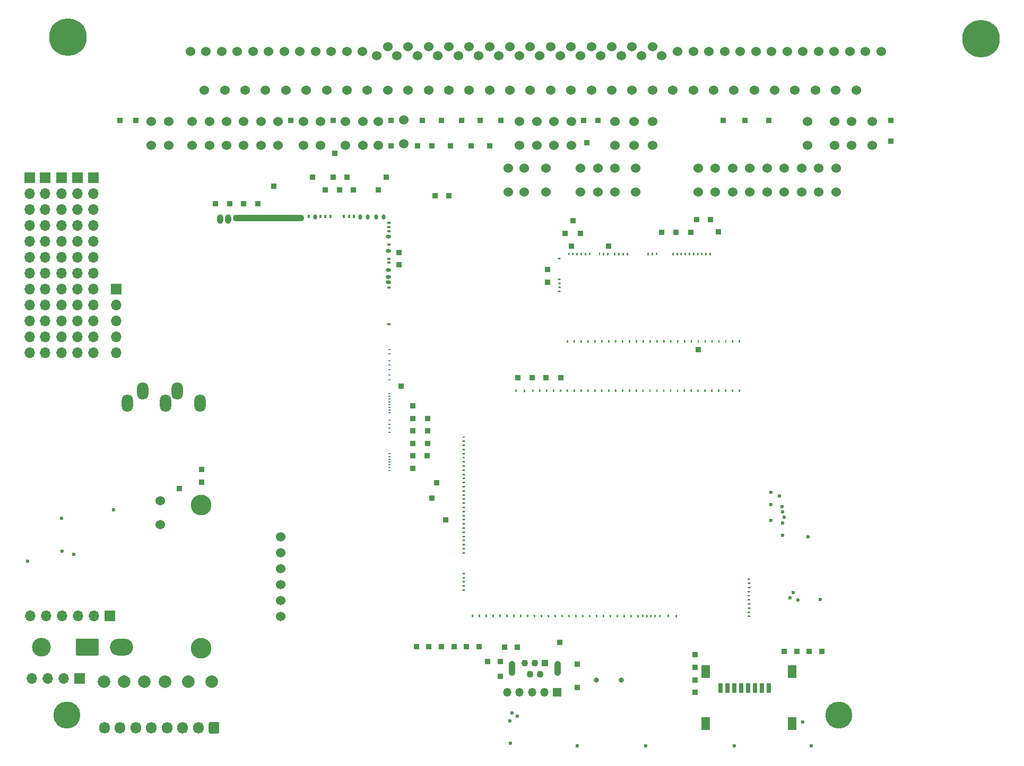
<source format=gbs>
G04 #@! TF.GenerationSoftware,KiCad,Pcbnew,(5.99.0-11247-g3f6811f413)*
G04 #@! TF.CreationDate,2021-09-04T00:52:15+03:00*
G04 #@! TF.ProjectId,hellen88bmw,68656c6c-656e-4383-9862-6d772e6b6963,rev?*
G04 #@! TF.SameCoordinates,PX3d1b110PY9269338*
G04 #@! TF.FileFunction,Soldermask,Bot*
G04 #@! TF.FilePolarity,Negative*
%FSLAX46Y46*%
G04 Gerber Fmt 4.6, Leading zero omitted, Abs format (unit mm)*
G04 Created by KiCad (PCBNEW (5.99.0-11247-g3f6811f413)) date 2021-09-04 00:52:15*
%MOMM*%
%LPD*%
G01*
G04 APERTURE LIST*
%ADD10C,6.000000*%
%ADD11C,1.524000*%
%ADD12R,1.700000X1.700000*%
%ADD13O,1.700000X1.700000*%
%ADD14C,4.300000*%
%ADD15R,0.850000X0.850000*%
%ADD16C,0.800000*%
%ADD17C,2.000000*%
%ADD18R,1.350000X1.350000*%
%ADD19O,1.350000X1.350000*%
%ADD20R,1.100000X1.100000*%
%ADD21C,1.100000*%
%ADD22O,1.100000X2.400000*%
%ADD23C,0.599999*%
%ADD24C,3.000000*%
%ADD25O,3.700000X2.700000*%
%ADD26O,1.700000X1.850000*%
%ADD27O,1.800000X2.800000*%
%ADD28C,3.302000*%
%ADD29O,1.000001X1.500000*%
%ADD30O,11.400000X1.100000*%
%ADD31O,0.399999X0.599999*%
%ADD32O,0.599999X0.800001*%
%ADD33O,0.599999X0.399999*%
%ADD34O,0.800001X0.599999*%
%ADD35O,0.399999X0.200000*%
%ADD36R,0.800000X1.500000*%
%ADD37R,1.450000X2.000000*%
G04 APERTURE END LIST*
D10*
G04 #@! TO.C,PP1*
X7632400Y113856400D03*
X153342400Y113606400D03*
D11*
X27142400Y111606400D03*
X32142400Y111606400D03*
X37142400Y111606400D03*
X42142400Y111606400D03*
X47142400Y111606400D03*
X52142400Y111606400D03*
X56892400Y110856400D03*
X60142400Y110856400D03*
X63392400Y110856400D03*
X66642400Y110856400D03*
X69892400Y110856400D03*
X73142400Y110856400D03*
X76392400Y110856400D03*
X79642400Y110856400D03*
X82892400Y110856400D03*
X86142400Y110856400D03*
X89392400Y110856400D03*
X92642400Y110856400D03*
X95892400Y110856400D03*
X99142400Y110856400D03*
X102392400Y110856400D03*
X107392400Y111606400D03*
X112392400Y111606400D03*
X117392400Y111606400D03*
X122392400Y111606400D03*
X127392400Y111606400D03*
X132392400Y111606400D03*
X137392400Y111606400D03*
X29642400Y111606400D03*
X34642400Y111606400D03*
X39642400Y111606400D03*
X44642400Y111606400D03*
X49642400Y111606400D03*
X54642400Y111606400D03*
X58642400Y112356400D03*
X61892400Y112356400D03*
X65142400Y112356400D03*
X68392400Y112356400D03*
X71642400Y112356400D03*
X74892400Y112356400D03*
X78142400Y112356400D03*
X81392400Y112356400D03*
X84642400Y112356400D03*
X87892400Y112356400D03*
X91142400Y112356400D03*
X94392400Y112356400D03*
X97642400Y112356400D03*
X100892400Y112356400D03*
X104892400Y111606400D03*
X109892400Y111606400D03*
X114892400Y111606400D03*
X119892400Y111606400D03*
X124892400Y111606400D03*
X129892400Y111606400D03*
X134892400Y111606400D03*
X29392400Y105356400D03*
X32642400Y105356400D03*
X35892400Y105356400D03*
X39142400Y105356400D03*
X42392400Y105356400D03*
X45642400Y105356400D03*
X48892400Y105356400D03*
X52142400Y105356400D03*
X55392400Y105356400D03*
X58642400Y105356400D03*
X61892400Y105356400D03*
X65142400Y105356400D03*
X68392400Y105356400D03*
X71642400Y105356400D03*
X74892400Y105356400D03*
X78142400Y105356400D03*
X81392400Y105356400D03*
X84642400Y105356400D03*
X87892400Y105356400D03*
X91142400Y105356400D03*
X94392400Y105356400D03*
X97642400Y105356400D03*
X100892400Y105356400D03*
X104142400Y105356400D03*
X107392400Y105356400D03*
X110642400Y105356400D03*
X113892400Y105356400D03*
X117142400Y105356400D03*
X120392400Y105356400D03*
X123642400Y105356400D03*
X126892400Y105356400D03*
X130142400Y105356400D03*
X133392400Y105356400D03*
G04 #@! TD*
G04 #@! TO.C,JP1*
X20926000Y100428000D03*
X20926000Y96618000D03*
G04 #@! TD*
G04 #@! TO.C,JP3*
X30176000Y100428000D03*
X30176000Y96618000D03*
G04 #@! TD*
G04 #@! TO.C,JP4*
X35676000Y100428000D03*
X35676000Y96618000D03*
G04 #@! TD*
G04 #@! TO.C,JP5*
X45176000Y100428000D03*
X45176000Y96618000D03*
G04 #@! TD*
G04 #@! TO.C,JP7*
X51926000Y100428000D03*
X51926000Y96618000D03*
G04 #@! TD*
G04 #@! TO.C,JP16*
X85176000Y100428000D03*
X85176000Y96618000D03*
G04 #@! TD*
G04 #@! TO.C,JP17*
X87926000Y100428000D03*
X87926000Y96618000D03*
G04 #@! TD*
G04 #@! TO.C,JP20*
X94926000Y92928000D03*
X94926000Y89118000D03*
G04 #@! TD*
G04 #@! TO.C,JP21*
X98176000Y92928000D03*
X98176000Y89118000D03*
G04 #@! TD*
G04 #@! TO.C,JP22*
X110926000Y92928000D03*
X110926000Y89118000D03*
G04 #@! TD*
G04 #@! TO.C,JP23*
X116426000Y92928000D03*
X116426000Y89118000D03*
G04 #@! TD*
G04 #@! TO.C,JP24*
X121926000Y92928000D03*
X121926000Y89118000D03*
G04 #@! TD*
G04 #@! TO.C,JP25*
X125676000Y100428000D03*
X125676000Y96618000D03*
G04 #@! TD*
G04 #@! TO.C,JP26*
X129926000Y100428000D03*
X129926000Y96618000D03*
G04 #@! TD*
G04 #@! TO.C,JP27*
X135926000Y100428000D03*
X135926000Y96618000D03*
G04 #@! TD*
G04 #@! TO.C,JP29*
X23676000Y100428000D03*
X23676000Y96618000D03*
G04 #@! TD*
G04 #@! TO.C,JP31*
X32926000Y100428000D03*
X32926000Y96618000D03*
G04 #@! TD*
G04 #@! TO.C,JP32*
X41176000Y100428000D03*
X41176000Y96618000D03*
G04 #@! TD*
G04 #@! TO.C,JP33*
X47926000Y100428000D03*
X47926000Y96618000D03*
G04 #@! TD*
G04 #@! TO.C,JP35*
X57176000Y100428000D03*
X57176000Y96618000D03*
G04 #@! TD*
G04 #@! TO.C,JP41*
X77926000Y92928000D03*
X77926000Y89118000D03*
G04 #@! TD*
G04 #@! TO.C,JP42*
X80426000Y92928000D03*
X80426000Y89118000D03*
G04 #@! TD*
G04 #@! TO.C,JP43*
X82426000Y100428000D03*
X82426000Y96618000D03*
G04 #@! TD*
G04 #@! TO.C,JP46*
X89426000Y92928000D03*
X89426000Y89118000D03*
G04 #@! TD*
G04 #@! TO.C,JP47*
X92176000Y92928000D03*
X92176000Y89118000D03*
G04 #@! TD*
G04 #@! TO.C,JP50*
X113676000Y92928000D03*
X113676000Y89118000D03*
G04 #@! TD*
G04 #@! TO.C,JP51*
X119176000Y92928000D03*
X119176000Y89118000D03*
G04 #@! TD*
G04 #@! TO.C,JP52*
X124676000Y92928000D03*
X124676000Y89118000D03*
G04 #@! TD*
G04 #@! TO.C,JP54*
X132676000Y100428000D03*
X132676000Y96618000D03*
G04 #@! TD*
G04 #@! TO.C,JP56*
X27426000Y100428000D03*
X27426000Y96618000D03*
G04 #@! TD*
G04 #@! TO.C,JP73*
X83926000Y92928000D03*
X83926000Y89118000D03*
G04 #@! TD*
G04 #@! TO.C,JP77*
X94926000Y100428000D03*
X94926000Y96618000D03*
G04 #@! TD*
G04 #@! TO.C,JP78*
X100926000Y100428000D03*
X100926000Y96618000D03*
G04 #@! TD*
G04 #@! TO.C,JP85*
X130176000Y92928000D03*
X130176000Y89118000D03*
G04 #@! TD*
G04 #@! TO.C,JP86*
X127426000Y92928000D03*
X127426000Y89118000D03*
G04 #@! TD*
G04 #@! TO.C,JP59*
X38426000Y100428000D03*
X38426000Y96618000D03*
G04 #@! TD*
G04 #@! TO.C,JP49*
X108176000Y92928000D03*
X108176000Y89118000D03*
G04 #@! TD*
D12*
G04 #@! TO.C,J4*
X15276000Y73648000D03*
D13*
X15276000Y71108000D03*
X15276000Y68568000D03*
X15276000Y66028000D03*
X15276000Y63488000D03*
G04 #@! TD*
D12*
G04 #@! TO.C,J5*
X1516000Y91433000D03*
D13*
X1516000Y88893000D03*
X1516000Y86353000D03*
X1516000Y83813000D03*
X1516000Y81273000D03*
X1516000Y78733000D03*
X1516000Y76193000D03*
X1516000Y73653000D03*
X1516000Y71113000D03*
X1516000Y68573000D03*
X1516000Y66033000D03*
X1516000Y63493000D03*
G04 #@! TD*
D12*
G04 #@! TO.C,J6*
X3976001Y91433000D03*
D13*
X3976001Y88893000D03*
X3976001Y86353000D03*
X3976001Y83813000D03*
X3976001Y81273000D03*
X3976001Y78733000D03*
X3976001Y76193000D03*
X3976001Y73653000D03*
X3976001Y71113000D03*
X3976001Y68573000D03*
X3976001Y66033000D03*
X3976001Y63493000D03*
G04 #@! TD*
D12*
G04 #@! TO.C,J7*
X6596000Y91433000D03*
D13*
X6596000Y88893000D03*
X6596000Y86353000D03*
X6596000Y83813000D03*
X6596000Y81273000D03*
X6596000Y78733000D03*
X6596000Y76193000D03*
X6596000Y73653000D03*
X6596000Y71113000D03*
X6596000Y68573000D03*
X6596000Y66033000D03*
X6596000Y63493000D03*
G04 #@! TD*
D12*
G04 #@! TO.C,J8*
X9136000Y91433000D03*
D13*
X9136000Y88893000D03*
X9136000Y86353000D03*
X9136000Y83813000D03*
X9136000Y81273000D03*
X9136000Y78733000D03*
X9136000Y76193000D03*
X9136000Y73653000D03*
X9136000Y71113000D03*
X9136000Y68573000D03*
X9136000Y66033000D03*
X9136000Y63493000D03*
G04 #@! TD*
D12*
G04 #@! TO.C,J9*
X11676000Y91433000D03*
D13*
X11676000Y88893000D03*
X11676000Y86353000D03*
X11676000Y83813000D03*
X11676000Y81273000D03*
X11676000Y78733000D03*
X11676000Y76193000D03*
X11676000Y73653000D03*
X11676000Y71113000D03*
X11676000Y68573000D03*
X11676000Y66033000D03*
X11676000Y63493000D03*
G04 #@! TD*
D14*
G04 #@! TO.C,H1*
X130622000Y5663000D03*
G04 #@! TD*
G04 #@! TO.C,H2*
X7432000Y5663000D03*
G04 #@! TD*
D15*
G04 #@! TO.C,VOUT18*
X52176000Y91474215D03*
G04 #@! TD*
G04 #@! TO.C,VOUT27*
X66426000Y42773000D03*
G04 #@! TD*
G04 #@! TO.C,VIN16*
X84176000Y76773000D03*
G04 #@! TD*
G04 #@! TO.C,VOUT1*
X60426000Y77523000D03*
G04 #@! TD*
G04 #@! TO.C,MMCU14*
X67926000Y36773000D03*
G04 #@! TD*
G04 #@! TO.C,MMCU4*
X123926000Y15773000D03*
G04 #@! TD*
G04 #@! TO.C,MMCU31*
X63226000Y16573000D03*
G04 #@! TD*
G04 #@! TO.C,cr8*
X15926000Y100523000D03*
G04 #@! TD*
D16*
G04 #@! TO.C,SW2*
X95926000Y11273000D03*
G04 #@! TD*
D15*
G04 #@! TO.C,MMCU28*
X71226000Y16573000D03*
G04 #@! TD*
G04 #@! TO.C,VOUT10*
X62676000Y51023000D03*
G04 #@! TD*
G04 #@! TO.C,cr1*
X70426000Y100523000D03*
G04 #@! TD*
G04 #@! TO.C,MMCU30*
X67226000Y16573000D03*
G04 #@! TD*
G04 #@! TO.C,MMCU18*
X69226000Y16573000D03*
G04 #@! TD*
G04 #@! TO.C,VIN4*
X106976000Y82723000D03*
G04 #@! TD*
G04 #@! TO.C,cr11*
X67176000Y100523000D03*
G04 #@! TD*
D17*
G04 #@! TO.C,P3*
X23090213Y11023000D03*
G04 #@! TD*
D15*
G04 #@! TO.C,MMCU9*
X77326000Y16473000D03*
G04 #@! TD*
G04 #@! TO.C,VOUT5*
X48676000Y89474215D03*
G04 #@! TD*
G04 #@! TO.C,VIN19*
X107926000Y84773000D03*
G04 #@! TD*
G04 #@! TO.C,KNOCK_RAW2*
X74926000Y96523000D03*
G04 #@! TD*
G04 #@! TO.C,MMCU2*
X127926000Y15773000D03*
G04 #@! TD*
G04 #@! TO.C,VIN18*
X93926000Y80523000D03*
G04 #@! TD*
G04 #@! TO.C,MMCU7*
X88926000Y10023000D03*
G04 #@! TD*
D11*
G04 #@! TO.C,JP14*
X79676000Y100428000D03*
X79676000Y96618000D03*
G04 #@! TD*
G04 #@! TO.C,JP36*
X61176000Y100630500D03*
X61176000Y96820500D03*
G04 #@! TD*
D18*
G04 #@! TO.C,J2*
X85676000Y9273000D03*
D19*
X83676000Y9273000D03*
X81676000Y9273000D03*
X79676000Y9273000D03*
X77676000Y9273000D03*
G04 #@! TD*
G04 #@! TO.C,M7*
G36*
G01*
X85900998Y73366793D02*
X86150998Y73366793D01*
G75*
G02*
X86275998Y73241793I0J-125000D01*
G01*
X86275998Y73241793D01*
G75*
G02*
X86150998Y73116793I-125000J0D01*
G01*
X85900998Y73116793D01*
G75*
G02*
X85775998Y73241793I0J125000D01*
G01*
X85775998Y73241793D01*
G75*
G02*
X85900998Y73366793I125000J0D01*
G01*
G37*
G36*
G01*
X85900998Y74026794D02*
X86150998Y74026794D01*
G75*
G02*
X86275998Y73901794I0J-125000D01*
G01*
X86275998Y73901794D01*
G75*
G02*
X86150998Y73776794I-125000J0D01*
G01*
X85900998Y73776794D01*
G75*
G02*
X85775998Y73901794I0J125000D01*
G01*
X85775998Y73901794D01*
G75*
G02*
X85900998Y74026794I125000J0D01*
G01*
G37*
G36*
G01*
X85900998Y74686795D02*
X86150998Y74686795D01*
G75*
G02*
X86275998Y74561795I0J-125000D01*
G01*
X86275998Y74561795D01*
G75*
G02*
X86150998Y74436795I-125000J0D01*
G01*
X85900998Y74436795D01*
G75*
G02*
X85775998Y74561795I0J125000D01*
G01*
X85775998Y74561795D01*
G75*
G02*
X85900998Y74686795I125000J0D01*
G01*
G37*
G36*
G01*
X85900998Y75346796D02*
X86150998Y75346796D01*
G75*
G02*
X86275998Y75221796I0J-125000D01*
G01*
X86275998Y75221796D01*
G75*
G02*
X86150998Y75096796I-125000J0D01*
G01*
X85900998Y75096796D01*
G75*
G02*
X85775998Y75221796I0J125000D01*
G01*
X85775998Y75221796D01*
G75*
G02*
X85900998Y75346796I125000J0D01*
G01*
G37*
G36*
G01*
X85900998Y78646803D02*
X86150998Y78646803D01*
G75*
G02*
X86275998Y78521803I0J-125000D01*
G01*
X86275998Y78521803D01*
G75*
G02*
X86150998Y78396803I-125000J0D01*
G01*
X85900998Y78396803D01*
G75*
G02*
X85775998Y78521803I0J125000D01*
G01*
X85775998Y78521803D01*
G75*
G02*
X85900998Y78646803I125000J0D01*
G01*
G37*
G36*
G01*
X114671000Y65148000D02*
X114671000Y65398000D01*
G75*
G02*
X114796000Y65523000I125000J0D01*
G01*
X114796000Y65523000D01*
G75*
G02*
X114921000Y65398000I0J-125000D01*
G01*
X114921000Y65148000D01*
G75*
G02*
X114796000Y65023000I-125000J0D01*
G01*
X114796000Y65023000D01*
G75*
G02*
X114671000Y65148000I0J125000D01*
G01*
G37*
G36*
G01*
X113820996Y65398000D02*
X113820996Y65148000D01*
G75*
G02*
X113695996Y65023000I-125000J0D01*
G01*
X113695996Y65023000D01*
G75*
G02*
X113570996Y65148000I0J125000D01*
G01*
X113570996Y65398000D01*
G75*
G02*
X113695996Y65523000I125000J0D01*
G01*
X113695996Y65523000D01*
G75*
G02*
X113820996Y65398000I0J-125000D01*
G01*
G37*
G36*
G01*
X112720995Y65398000D02*
X112720995Y65148000D01*
G75*
G02*
X112595995Y65023000I-125000J0D01*
G01*
X112595995Y65023000D01*
G75*
G02*
X112470995Y65148000I0J125000D01*
G01*
X112470995Y65398000D01*
G75*
G02*
X112595995Y65523000I125000J0D01*
G01*
X112595995Y65523000D01*
G75*
G02*
X112720995Y65398000I0J-125000D01*
G01*
G37*
G36*
G01*
X111620998Y65398000D02*
X111620998Y65148000D01*
G75*
G02*
X111495998Y65023000I-125000J0D01*
G01*
X111495998Y65023000D01*
G75*
G02*
X111370998Y65148000I0J125000D01*
G01*
X111370998Y65398000D01*
G75*
G02*
X111495998Y65523000I125000J0D01*
G01*
X111495998Y65523000D01*
G75*
G02*
X111620998Y65398000I0J-125000D01*
G01*
G37*
G36*
G01*
X110521000Y65398000D02*
X110521000Y65148000D01*
G75*
G02*
X110396000Y65023000I-125000J0D01*
G01*
X110396000Y65023000D01*
G75*
G02*
X110271000Y65148000I0J125000D01*
G01*
X110271000Y65398000D01*
G75*
G02*
X110396000Y65523000I125000J0D01*
G01*
X110396000Y65523000D01*
G75*
G02*
X110521000Y65398000I0J-125000D01*
G01*
G37*
G36*
G01*
X109421002Y65398000D02*
X109421002Y65148000D01*
G75*
G02*
X109296002Y65023000I-125000J0D01*
G01*
X109296002Y65023000D01*
G75*
G02*
X109171002Y65148000I0J125000D01*
G01*
X109171002Y65398000D01*
G75*
G02*
X109296002Y65523000I125000J0D01*
G01*
X109296002Y65523000D01*
G75*
G02*
X109421002Y65398000I0J-125000D01*
G01*
G37*
G36*
G01*
X108321004Y65398000D02*
X108321004Y65148000D01*
G75*
G02*
X108196004Y65023000I-125000J0D01*
G01*
X108196004Y65023000D01*
G75*
G02*
X108071004Y65148000I0J125000D01*
G01*
X108071004Y65398000D01*
G75*
G02*
X108196004Y65523000I125000J0D01*
G01*
X108196004Y65523000D01*
G75*
G02*
X108321004Y65398000I0J-125000D01*
G01*
G37*
G36*
G01*
X107221006Y65398000D02*
X107221006Y65148000D01*
G75*
G02*
X107096006Y65023000I-125000J0D01*
G01*
X107096006Y65023000D01*
G75*
G02*
X106971006Y65148000I0J125000D01*
G01*
X106971006Y65398000D01*
G75*
G02*
X107096006Y65523000I125000J0D01*
G01*
X107096006Y65523000D01*
G75*
G02*
X107221006Y65398000I0J-125000D01*
G01*
G37*
G36*
G01*
X106121009Y65398000D02*
X106121009Y65148000D01*
G75*
G02*
X105996009Y65023000I-125000J0D01*
G01*
X105996009Y65023000D01*
G75*
G02*
X105871009Y65148000I0J125000D01*
G01*
X105871009Y65398000D01*
G75*
G02*
X105996009Y65523000I125000J0D01*
G01*
X105996009Y65523000D01*
G75*
G02*
X106121009Y65398000I0J-125000D01*
G01*
G37*
G36*
G01*
X105021011Y65398000D02*
X105021011Y65148000D01*
G75*
G02*
X104896011Y65023000I-125000J0D01*
G01*
X104896011Y65023000D01*
G75*
G02*
X104771011Y65148000I0J125000D01*
G01*
X104771011Y65398000D01*
G75*
G02*
X104896011Y65523000I125000J0D01*
G01*
X104896011Y65523000D01*
G75*
G02*
X105021011Y65398000I0J-125000D01*
G01*
G37*
G36*
G01*
X103921013Y65398000D02*
X103921013Y65148000D01*
G75*
G02*
X103796013Y65023000I-125000J0D01*
G01*
X103796013Y65023000D01*
G75*
G02*
X103671013Y65148000I0J125000D01*
G01*
X103671013Y65398000D01*
G75*
G02*
X103796013Y65523000I125000J0D01*
G01*
X103796013Y65523000D01*
G75*
G02*
X103921013Y65398000I0J-125000D01*
G01*
G37*
G36*
G01*
X102821015Y65398000D02*
X102821015Y65148000D01*
G75*
G02*
X102696015Y65023000I-125000J0D01*
G01*
X102696015Y65023000D01*
G75*
G02*
X102571015Y65148000I0J125000D01*
G01*
X102571015Y65398000D01*
G75*
G02*
X102696015Y65523000I125000J0D01*
G01*
X102696015Y65523000D01*
G75*
G02*
X102821015Y65398000I0J-125000D01*
G01*
G37*
G36*
G01*
X101721017Y65398000D02*
X101721017Y65148000D01*
G75*
G02*
X101596017Y65023000I-125000J0D01*
G01*
X101596017Y65023000D01*
G75*
G02*
X101471017Y65148000I0J125000D01*
G01*
X101471017Y65398000D01*
G75*
G02*
X101596017Y65523000I125000J0D01*
G01*
X101596017Y65523000D01*
G75*
G02*
X101721017Y65398000I0J-125000D01*
G01*
G37*
G36*
G01*
X100621020Y65398000D02*
X100621020Y65148000D01*
G75*
G02*
X100496020Y65023000I-125000J0D01*
G01*
X100496020Y65023000D01*
G75*
G02*
X100371020Y65148000I0J125000D01*
G01*
X100371020Y65398000D01*
G75*
G02*
X100496020Y65523000I125000J0D01*
G01*
X100496020Y65523000D01*
G75*
G02*
X100621020Y65398000I0J-125000D01*
G01*
G37*
G36*
G01*
X99521022Y65398000D02*
X99521022Y65148000D01*
G75*
G02*
X99396022Y65023000I-125000J0D01*
G01*
X99396022Y65023000D01*
G75*
G02*
X99271022Y65148000I0J125000D01*
G01*
X99271022Y65398000D01*
G75*
G02*
X99396022Y65523000I125000J0D01*
G01*
X99396022Y65523000D01*
G75*
G02*
X99521022Y65398000I0J-125000D01*
G01*
G37*
G36*
G01*
X98421024Y65398000D02*
X98421024Y65148000D01*
G75*
G02*
X98296024Y65023000I-125000J0D01*
G01*
X98296024Y65023000D01*
G75*
G02*
X98171024Y65148000I0J125000D01*
G01*
X98171024Y65398000D01*
G75*
G02*
X98296024Y65523000I125000J0D01*
G01*
X98296024Y65523000D01*
G75*
G02*
X98421024Y65398000I0J-125000D01*
G01*
G37*
G36*
G01*
X97321026Y65398000D02*
X97321026Y65148000D01*
G75*
G02*
X97196026Y65023000I-125000J0D01*
G01*
X97196026Y65023000D01*
G75*
G02*
X97071026Y65148000I0J125000D01*
G01*
X97071026Y65398000D01*
G75*
G02*
X97196026Y65523000I125000J0D01*
G01*
X97196026Y65523000D01*
G75*
G02*
X97321026Y65398000I0J-125000D01*
G01*
G37*
G36*
G01*
X96221028Y65398000D02*
X96221028Y65148000D01*
G75*
G02*
X96096028Y65023000I-125000J0D01*
G01*
X96096028Y65023000D01*
G75*
G02*
X95971028Y65148000I0J125000D01*
G01*
X95971028Y65398000D01*
G75*
G02*
X96096028Y65523000I125000J0D01*
G01*
X96096028Y65523000D01*
G75*
G02*
X96221028Y65398000I0J-125000D01*
G01*
G37*
G36*
G01*
X95121031Y65398000D02*
X95121031Y65148000D01*
G75*
G02*
X94996031Y65023000I-125000J0D01*
G01*
X94996031Y65023000D01*
G75*
G02*
X94871031Y65148000I0J125000D01*
G01*
X94871031Y65398000D01*
G75*
G02*
X94996031Y65523000I125000J0D01*
G01*
X94996031Y65523000D01*
G75*
G02*
X95121031Y65398000I0J-125000D01*
G01*
G37*
G36*
G01*
X94021033Y65398000D02*
X94021033Y65148000D01*
G75*
G02*
X93896033Y65023000I-125000J0D01*
G01*
X93896033Y65023000D01*
G75*
G02*
X93771033Y65148000I0J125000D01*
G01*
X93771033Y65398000D01*
G75*
G02*
X93896033Y65523000I125000J0D01*
G01*
X93896033Y65523000D01*
G75*
G02*
X94021033Y65398000I0J-125000D01*
G01*
G37*
G36*
G01*
X92921035Y65398000D02*
X92921035Y65148000D01*
G75*
G02*
X92796035Y65023000I-125000J0D01*
G01*
X92796035Y65023000D01*
G75*
G02*
X92671035Y65148000I0J125000D01*
G01*
X92671035Y65398000D01*
G75*
G02*
X92796035Y65523000I125000J0D01*
G01*
X92796035Y65523000D01*
G75*
G02*
X92921035Y65398000I0J-125000D01*
G01*
G37*
G36*
G01*
X91821037Y65398000D02*
X91821037Y65148000D01*
G75*
G02*
X91696037Y65023000I-125000J0D01*
G01*
X91696037Y65023000D01*
G75*
G02*
X91571037Y65148000I0J125000D01*
G01*
X91571037Y65398000D01*
G75*
G02*
X91696037Y65523000I125000J0D01*
G01*
X91696037Y65523000D01*
G75*
G02*
X91821037Y65398000I0J-125000D01*
G01*
G37*
G36*
G01*
X90721039Y65398000D02*
X90721039Y65148000D01*
G75*
G02*
X90596039Y65023000I-125000J0D01*
G01*
X90596039Y65023000D01*
G75*
G02*
X90471039Y65148000I0J125000D01*
G01*
X90471039Y65398000D01*
G75*
G02*
X90596039Y65523000I125000J0D01*
G01*
X90596039Y65523000D01*
G75*
G02*
X90721039Y65398000I0J-125000D01*
G01*
G37*
G36*
G01*
X89621042Y65398000D02*
X89621042Y65148000D01*
G75*
G02*
X89496042Y65023000I-125000J0D01*
G01*
X89496042Y65023000D01*
G75*
G02*
X89371042Y65148000I0J125000D01*
G01*
X89371042Y65398000D01*
G75*
G02*
X89496042Y65523000I125000J0D01*
G01*
X89496042Y65523000D01*
G75*
G02*
X89621042Y65398000I0J-125000D01*
G01*
G37*
G36*
G01*
X88521044Y65398000D02*
X88521044Y65148000D01*
G75*
G02*
X88396044Y65023000I-125000J0D01*
G01*
X88396044Y65023000D01*
G75*
G02*
X88271044Y65148000I0J125000D01*
G01*
X88271044Y65398000D01*
G75*
G02*
X88396044Y65523000I125000J0D01*
G01*
X88396044Y65523000D01*
G75*
G02*
X88521044Y65398000I0J-125000D01*
G01*
G37*
G36*
G01*
X87421046Y65398000D02*
X87421046Y65148000D01*
G75*
G02*
X87296046Y65023000I-125000J0D01*
G01*
X87296046Y65023000D01*
G75*
G02*
X87171046Y65148000I0J125000D01*
G01*
X87171046Y65398000D01*
G75*
G02*
X87296046Y65523000I125000J0D01*
G01*
X87296046Y65523000D01*
G75*
G02*
X87421046Y65398000I0J-125000D01*
G01*
G37*
G36*
G01*
X87671990Y79359999D02*
X87671990Y79109999D01*
G75*
G02*
X87546990Y78984999I-125000J0D01*
G01*
X87546990Y78984999D01*
G75*
G02*
X87421990Y79109999I0J125000D01*
G01*
X87421990Y79359999D01*
G75*
G02*
X87546990Y79484999I125000J0D01*
G01*
X87546990Y79484999D01*
G75*
G02*
X87671990Y79359999I0J-125000D01*
G01*
G37*
G36*
G01*
X88331992Y79359999D02*
X88331992Y79109999D01*
G75*
G02*
X88206992Y78984999I-125000J0D01*
G01*
X88206992Y78984999D01*
G75*
G02*
X88081992Y79109999I0J125000D01*
G01*
X88081992Y79359999D01*
G75*
G02*
X88206992Y79484999I125000J0D01*
G01*
X88206992Y79484999D01*
G75*
G02*
X88331992Y79359999I0J-125000D01*
G01*
G37*
G36*
G01*
X88991993Y79359999D02*
X88991993Y79109999D01*
G75*
G02*
X88866993Y78984999I-125000J0D01*
G01*
X88866993Y78984999D01*
G75*
G02*
X88741993Y79109999I0J125000D01*
G01*
X88741993Y79359999D01*
G75*
G02*
X88866993Y79484999I125000J0D01*
G01*
X88866993Y79484999D01*
G75*
G02*
X88991993Y79359999I0J-125000D01*
G01*
G37*
G36*
G01*
X89651994Y79359999D02*
X89651994Y79109999D01*
G75*
G02*
X89526994Y78984999I-125000J0D01*
G01*
X89526994Y78984999D01*
G75*
G02*
X89401994Y79109999I0J125000D01*
G01*
X89401994Y79359999D01*
G75*
G02*
X89526994Y79484999I125000J0D01*
G01*
X89526994Y79484999D01*
G75*
G02*
X89651994Y79359999I0J-125000D01*
G01*
G37*
G36*
G01*
X90311995Y79359999D02*
X90311995Y79109999D01*
G75*
G02*
X90186995Y78984999I-125000J0D01*
G01*
X90186995Y78984999D01*
G75*
G02*
X90061995Y79109999I0J125000D01*
G01*
X90061995Y79359999D01*
G75*
G02*
X90186995Y79484999I125000J0D01*
G01*
X90186995Y79484999D01*
G75*
G02*
X90311995Y79359999I0J-125000D01*
G01*
G37*
G36*
G01*
X90971997Y79359999D02*
X90971997Y79109999D01*
G75*
G02*
X90846997Y78984999I-125000J0D01*
G01*
X90846997Y78984999D01*
G75*
G02*
X90721997Y79109999I0J125000D01*
G01*
X90721997Y79359999D01*
G75*
G02*
X90846997Y79484999I125000J0D01*
G01*
X90846997Y79484999D01*
G75*
G02*
X90971997Y79359999I0J-125000D01*
G01*
G37*
G36*
G01*
X92572994Y79359999D02*
X92572994Y79109999D01*
G75*
G02*
X92447994Y78984999I-125000J0D01*
G01*
X92447994Y78984999D01*
G75*
G02*
X92322994Y79109999I0J125000D01*
G01*
X92322994Y79359999D01*
G75*
G02*
X92447994Y79484999I125000J0D01*
G01*
X92447994Y79484999D01*
G75*
G02*
X92572994Y79359999I0J-125000D01*
G01*
G37*
G36*
G01*
X93232995Y79359999D02*
X93232995Y79109999D01*
G75*
G02*
X93107995Y78984999I-125000J0D01*
G01*
X93107995Y78984999D01*
G75*
G02*
X92982995Y79109999I0J125000D01*
G01*
X92982995Y79359999D01*
G75*
G02*
X93107995Y79484999I125000J0D01*
G01*
X93107995Y79484999D01*
G75*
G02*
X93232995Y79359999I0J-125000D01*
G01*
G37*
G36*
G01*
X93892997Y79359999D02*
X93892997Y79109999D01*
G75*
G02*
X93767997Y78984999I-125000J0D01*
G01*
X93767997Y78984999D01*
G75*
G02*
X93642997Y79109999I0J125000D01*
G01*
X93642997Y79359999D01*
G75*
G02*
X93767997Y79484999I125000J0D01*
G01*
X93767997Y79484999D01*
G75*
G02*
X93892997Y79359999I0J-125000D01*
G01*
G37*
G36*
G01*
X95013896Y79359999D02*
X95013896Y79109999D01*
G75*
G02*
X94888896Y78984999I-125000J0D01*
G01*
X94888896Y78984999D01*
G75*
G02*
X94763896Y79109999I0J125000D01*
G01*
X94763896Y79359999D01*
G75*
G02*
X94888896Y79484999I125000J0D01*
G01*
X94888896Y79484999D01*
G75*
G02*
X95013896Y79359999I0J-125000D01*
G01*
G37*
G36*
G01*
X95673897Y79359999D02*
X95673897Y79109999D01*
G75*
G02*
X95548897Y78984999I-125000J0D01*
G01*
X95548897Y78984999D01*
G75*
G02*
X95423897Y79109999I0J125000D01*
G01*
X95423897Y79359999D01*
G75*
G02*
X95548897Y79484999I125000J0D01*
G01*
X95548897Y79484999D01*
G75*
G02*
X95673897Y79359999I0J-125000D01*
G01*
G37*
G36*
G01*
X96333898Y79359999D02*
X96333898Y79109999D01*
G75*
G02*
X96208898Y78984999I-125000J0D01*
G01*
X96208898Y78984999D01*
G75*
G02*
X96083898Y79109999I0J125000D01*
G01*
X96083898Y79359999D01*
G75*
G02*
X96208898Y79484999I125000J0D01*
G01*
X96208898Y79484999D01*
G75*
G02*
X96333898Y79359999I0J-125000D01*
G01*
G37*
G36*
G01*
X96993900Y79359999D02*
X96993900Y79109999D01*
G75*
G02*
X96868900Y78984999I-125000J0D01*
G01*
X96868900Y78984999D01*
G75*
G02*
X96743900Y79109999I0J125000D01*
G01*
X96743900Y79359999D01*
G75*
G02*
X96868900Y79484999I125000J0D01*
G01*
X96868900Y79484999D01*
G75*
G02*
X96993900Y79359999I0J-125000D01*
G01*
G37*
G36*
G01*
X100319994Y79359999D02*
X100319994Y79109999D01*
G75*
G02*
X100194994Y78984999I-125000J0D01*
G01*
X100194994Y78984999D01*
G75*
G02*
X100069994Y79109999I0J125000D01*
G01*
X100069994Y79359999D01*
G75*
G02*
X100194994Y79484999I125000J0D01*
G01*
X100194994Y79484999D01*
G75*
G02*
X100319994Y79359999I0J-125000D01*
G01*
G37*
G36*
G01*
X100979995Y79359999D02*
X100979995Y79109999D01*
G75*
G02*
X100854995Y78984999I-125000J0D01*
G01*
X100854995Y78984999D01*
G75*
G02*
X100729995Y79109999I0J125000D01*
G01*
X100729995Y79359999D01*
G75*
G02*
X100854995Y79484999I125000J0D01*
G01*
X100854995Y79484999D01*
G75*
G02*
X100979995Y79359999I0J-125000D01*
G01*
G37*
G36*
G01*
X101639997Y79359999D02*
X101639997Y79109999D01*
G75*
G02*
X101514997Y78984999I-125000J0D01*
G01*
X101514997Y78984999D01*
G75*
G02*
X101389997Y79109999I0J125000D01*
G01*
X101389997Y79359999D01*
G75*
G02*
X101514997Y79484999I125000J0D01*
G01*
X101514997Y79484999D01*
G75*
G02*
X101639997Y79359999I0J-125000D01*
G01*
G37*
G36*
G01*
X104285988Y79359999D02*
X104285988Y79109999D01*
G75*
G02*
X104160988Y78984999I-125000J0D01*
G01*
X104160988Y78984999D01*
G75*
G02*
X104035988Y79109999I0J125000D01*
G01*
X104035988Y79359999D01*
G75*
G02*
X104160988Y79484999I125000J0D01*
G01*
X104160988Y79484999D01*
G75*
G02*
X104285988Y79359999I0J-125000D01*
G01*
G37*
G36*
G01*
X104945989Y79359999D02*
X104945989Y79109999D01*
G75*
G02*
X104820989Y78984999I-125000J0D01*
G01*
X104820989Y78984999D01*
G75*
G02*
X104695989Y79109999I0J125000D01*
G01*
X104695989Y79359999D01*
G75*
G02*
X104820989Y79484999I125000J0D01*
G01*
X104820989Y79484999D01*
G75*
G02*
X104945989Y79359999I0J-125000D01*
G01*
G37*
G36*
G01*
X105605991Y79359999D02*
X105605991Y79109999D01*
G75*
G02*
X105480991Y78984999I-125000J0D01*
G01*
X105480991Y78984999D01*
G75*
G02*
X105355991Y79109999I0J125000D01*
G01*
X105355991Y79359999D01*
G75*
G02*
X105480991Y79484999I125000J0D01*
G01*
X105480991Y79484999D01*
G75*
G02*
X105605991Y79359999I0J-125000D01*
G01*
G37*
G36*
G01*
X106265992Y79359999D02*
X106265992Y79109999D01*
G75*
G02*
X106140992Y78984999I-125000J0D01*
G01*
X106140992Y78984999D01*
G75*
G02*
X106015992Y79109999I0J125000D01*
G01*
X106015992Y79359999D01*
G75*
G02*
X106140992Y79484999I125000J0D01*
G01*
X106140992Y79484999D01*
G75*
G02*
X106265992Y79359999I0J-125000D01*
G01*
G37*
G36*
G01*
X106925993Y79359999D02*
X106925993Y79109999D01*
G75*
G02*
X106800993Y78984999I-125000J0D01*
G01*
X106800993Y78984999D01*
G75*
G02*
X106675993Y79109999I0J125000D01*
G01*
X106675993Y79359999D01*
G75*
G02*
X106800993Y79484999I125000J0D01*
G01*
X106800993Y79484999D01*
G75*
G02*
X106925993Y79359999I0J-125000D01*
G01*
G37*
G36*
G01*
X107585994Y79359999D02*
X107585994Y79109999D01*
G75*
G02*
X107460994Y78984999I-125000J0D01*
G01*
X107460994Y78984999D01*
G75*
G02*
X107335994Y79109999I0J125000D01*
G01*
X107335994Y79359999D01*
G75*
G02*
X107460994Y79484999I125000J0D01*
G01*
X107460994Y79484999D01*
G75*
G02*
X107585994Y79359999I0J-125000D01*
G01*
G37*
G36*
G01*
X108245996Y79359999D02*
X108245996Y79109999D01*
G75*
G02*
X108120996Y78984999I-125000J0D01*
G01*
X108120996Y78984999D01*
G75*
G02*
X107995996Y79109999I0J125000D01*
G01*
X107995996Y79359999D01*
G75*
G02*
X108120996Y79484999I125000J0D01*
G01*
X108120996Y79484999D01*
G75*
G02*
X108245996Y79359999I0J-125000D01*
G01*
G37*
G36*
G01*
X108905997Y79359999D02*
X108905997Y79109999D01*
G75*
G02*
X108780997Y78984999I-125000J0D01*
G01*
X108780997Y78984999D01*
G75*
G02*
X108655997Y79109999I0J125000D01*
G01*
X108655997Y79359999D01*
G75*
G02*
X108780997Y79484999I125000J0D01*
G01*
X108780997Y79484999D01*
G75*
G02*
X108905997Y79359999I0J-125000D01*
G01*
G37*
G36*
G01*
X109565998Y79359999D02*
X109565998Y79109999D01*
G75*
G02*
X109440998Y78984999I-125000J0D01*
G01*
X109440998Y78984999D01*
G75*
G02*
X109315998Y79109999I0J125000D01*
G01*
X109315998Y79359999D01*
G75*
G02*
X109440998Y79484999I125000J0D01*
G01*
X109440998Y79484999D01*
G75*
G02*
X109565998Y79359999I0J-125000D01*
G01*
G37*
G36*
G01*
X110226000Y79359999D02*
X110226000Y79109999D01*
G75*
G02*
X110101000Y78984999I-125000J0D01*
G01*
X110101000Y78984999D01*
G75*
G02*
X109976000Y79109999I0J125000D01*
G01*
X109976000Y79359999D01*
G75*
G02*
X110101000Y79484999I125000J0D01*
G01*
X110101000Y79484999D01*
G75*
G02*
X110226000Y79359999I0J-125000D01*
G01*
G37*
G04 #@! TD*
D15*
G04 #@! TO.C,MMCU10*
X76576000Y14173000D03*
G04 #@! TD*
G04 #@! TO.C,MMCU29*
X64976000Y49023000D03*
G04 #@! TD*
G04 #@! TO.C,MMCU15*
X65226000Y16573000D03*
G04 #@! TD*
G04 #@! TO.C,VOUT19*
X57176000Y89474215D03*
G04 #@! TD*
G04 #@! TO.C,cr15*
X59176000Y100523000D03*
G04 #@! TD*
G04 #@! TO.C,MMCU8*
X79326000Y16473000D03*
G04 #@! TD*
G04 #@! TO.C,cr20*
X115676000Y100523000D03*
G04 #@! TD*
G04 #@! TO.C,MMCU16*
X86226000Y59523000D03*
G04 #@! TD*
G04 #@! TO.C,VIN10*
X89426000Y82523000D03*
G04 #@! TD*
G04 #@! TO.C,MMCU5*
X86126000Y17273000D03*
G04 #@! TD*
G04 #@! TO.C,VIN17*
X84176000Y74773000D03*
G04 #@! TD*
G04 #@! TO.C,VOUT21*
X58426000Y91474215D03*
G04 #@! TD*
G04 #@! TO.C,VOUT15*
X37926000Y87273000D03*
G04 #@! TD*
G04 #@! TO.C,VOUT25*
X62676000Y53023000D03*
G04 #@! TD*
D11*
G04 #@! TO.C,JP6*
X54676000Y100428000D03*
X54676000Y96618000D03*
G04 #@! TD*
D20*
G04 #@! TO.C,J1*
X83726000Y13948000D03*
D21*
X82926000Y12198000D03*
X82126000Y13948000D03*
X81326000Y12198000D03*
X80526000Y13948000D03*
D22*
X85776000Y13073000D03*
X78476000Y13073000D03*
G04 #@! TD*
D15*
G04 #@! TO.C,VIN3*
X104676000Y82723000D03*
G04 #@! TD*
G04 #@! TO.C,cr13*
X49926000Y100523000D03*
G04 #@! TD*
G04 #@! TO.C,MMCU38*
X64976000Y51023000D03*
G04 #@! TD*
G04 #@! TO.C,cr2*
X73426000Y100523000D03*
G04 #@! TD*
G04 #@! TO.C,cr3*
X76676000Y100523000D03*
G04 #@! TD*
D23*
G04 #@! TO.C,M4*
X78438502Y6016338D03*
X79313504Y5491338D03*
X78138500Y4741340D03*
X78213503Y1191339D03*
G04 #@! TD*
D11*
G04 #@! TO.C,JP48*
X97926000Y100428000D03*
X97926000Y96618000D03*
G04 #@! TD*
D17*
G04 #@! TO.C,P5*
X16590213Y11023000D03*
G04 #@! TD*
D15*
G04 #@! TO.C,VIN8*
X86926000Y82523000D03*
G04 #@! TD*
D17*
G04 #@! TO.C,P2*
X26840213Y11023000D03*
G04 #@! TD*
G04 #@! TO.C,M11*
G36*
G01*
X70649002Y25723002D02*
X70899002Y25723002D01*
G75*
G02*
X71024002Y25598002I0J-125000D01*
G01*
X71024002Y25598002D01*
G75*
G02*
X70899002Y25473002I-125000J0D01*
G01*
X70649002Y25473002D01*
G75*
G02*
X70524002Y25598002I0J125000D01*
G01*
X70524002Y25598002D01*
G75*
G02*
X70649002Y25723002I125000J0D01*
G01*
G37*
G36*
G01*
X70899002Y26133000D02*
X70649002Y26133000D01*
G75*
G02*
X70524002Y26258000I0J125000D01*
G01*
X70524002Y26258000D01*
G75*
G02*
X70649002Y26383000I125000J0D01*
G01*
X70899002Y26383000D01*
G75*
G02*
X71024002Y26258000I0J-125000D01*
G01*
X71024002Y26258000D01*
G75*
G02*
X70899002Y26133000I-125000J0D01*
G01*
G37*
G36*
G01*
X70899002Y26793005D02*
X70649002Y26793005D01*
G75*
G02*
X70524002Y26918005I0J125000D01*
G01*
X70524002Y26918005D01*
G75*
G02*
X70649002Y27043005I125000J0D01*
G01*
X70899002Y27043005D01*
G75*
G02*
X71024002Y26918005I0J-125000D01*
G01*
X71024002Y26918005D01*
G75*
G02*
X70899002Y26793005I-125000J0D01*
G01*
G37*
G36*
G01*
X70899002Y27453000D02*
X70649002Y27453000D01*
G75*
G02*
X70524002Y27578000I0J125000D01*
G01*
X70524002Y27578000D01*
G75*
G02*
X70649002Y27703000I125000J0D01*
G01*
X70899002Y27703000D01*
G75*
G02*
X71024002Y27578000I0J-125000D01*
G01*
X71024002Y27578000D01*
G75*
G02*
X70899002Y27453000I-125000J0D01*
G01*
G37*
G36*
G01*
X70899002Y28113002D02*
X70649002Y28113002D01*
G75*
G02*
X70524002Y28238002I0J125000D01*
G01*
X70524002Y28238002D01*
G75*
G02*
X70649002Y28363002I125000J0D01*
G01*
X70899002Y28363002D01*
G75*
G02*
X71024002Y28238002I0J-125000D01*
G01*
X71024002Y28238002D01*
G75*
G02*
X70899002Y28113002I-125000J0D01*
G01*
G37*
G36*
G01*
X70899002Y31413003D02*
X70649002Y31413003D01*
G75*
G02*
X70524002Y31538003I0J125000D01*
G01*
X70524002Y31538003D01*
G75*
G02*
X70649002Y31663003I125000J0D01*
G01*
X70899002Y31663003D01*
G75*
G02*
X71024002Y31538003I0J-125000D01*
G01*
X71024002Y31538003D01*
G75*
G02*
X70899002Y31413003I-125000J0D01*
G01*
G37*
G36*
G01*
X70899002Y32073004D02*
X70649002Y32073004D01*
G75*
G02*
X70524002Y32198004I0J125000D01*
G01*
X70524002Y32198004D01*
G75*
G02*
X70649002Y32323004I125000J0D01*
G01*
X70899002Y32323004D01*
G75*
G02*
X71024002Y32198004I0J-125000D01*
G01*
X71024002Y32198004D01*
G75*
G02*
X70899002Y32073004I-125000J0D01*
G01*
G37*
G36*
G01*
X70899002Y32733006D02*
X70649002Y32733006D01*
G75*
G02*
X70524002Y32858006I0J125000D01*
G01*
X70524002Y32858006D01*
G75*
G02*
X70649002Y32983006I125000J0D01*
G01*
X70899002Y32983006D01*
G75*
G02*
X71024002Y32858006I0J-125000D01*
G01*
X71024002Y32858006D01*
G75*
G02*
X70899002Y32733006I-125000J0D01*
G01*
G37*
G36*
G01*
X70899002Y33393004D02*
X70649002Y33393004D01*
G75*
G02*
X70524002Y33518004I0J125000D01*
G01*
X70524002Y33518004D01*
G75*
G02*
X70649002Y33643004I125000J0D01*
G01*
X70899002Y33643004D01*
G75*
G02*
X71024002Y33518004I0J-125000D01*
G01*
X71024002Y33518004D01*
G75*
G02*
X70899002Y33393004I-125000J0D01*
G01*
G37*
G36*
G01*
X70899002Y34053006D02*
X70649002Y34053006D01*
G75*
G02*
X70524002Y34178006I0J125000D01*
G01*
X70524002Y34178006D01*
G75*
G02*
X70649002Y34303006I125000J0D01*
G01*
X70899002Y34303006D01*
G75*
G02*
X71024002Y34178006I0J-125000D01*
G01*
X71024002Y34178006D01*
G75*
G02*
X70899002Y34053006I-125000J0D01*
G01*
G37*
G36*
G01*
X70899002Y34713004D02*
X70649002Y34713004D01*
G75*
G02*
X70524002Y34838004I0J125000D01*
G01*
X70524002Y34838004D01*
G75*
G02*
X70649002Y34963004I125000J0D01*
G01*
X70899002Y34963004D01*
G75*
G02*
X71024002Y34838004I0J-125000D01*
G01*
X71024002Y34838004D01*
G75*
G02*
X70899002Y34713004I-125000J0D01*
G01*
G37*
G36*
G01*
X70899002Y35373005D02*
X70649002Y35373005D01*
G75*
G02*
X70524002Y35498005I0J125000D01*
G01*
X70524002Y35498005D01*
G75*
G02*
X70649002Y35623005I125000J0D01*
G01*
X70899002Y35623005D01*
G75*
G02*
X71024002Y35498005I0J-125000D01*
G01*
X71024002Y35498005D01*
G75*
G02*
X70899002Y35373005I-125000J0D01*
G01*
G37*
G36*
G01*
X70899002Y36033004D02*
X70649002Y36033004D01*
G75*
G02*
X70524002Y36158004I0J125000D01*
G01*
X70524002Y36158004D01*
G75*
G02*
X70649002Y36283004I125000J0D01*
G01*
X70899002Y36283004D01*
G75*
G02*
X71024002Y36158004I0J-125000D01*
G01*
X71024002Y36158004D01*
G75*
G02*
X70899002Y36033004I-125000J0D01*
G01*
G37*
G36*
G01*
X70899002Y36693005D02*
X70649002Y36693005D01*
G75*
G02*
X70524002Y36818005I0J125000D01*
G01*
X70524002Y36818005D01*
G75*
G02*
X70649002Y36943005I125000J0D01*
G01*
X70899002Y36943005D01*
G75*
G02*
X71024002Y36818005I0J-125000D01*
G01*
X71024002Y36818005D01*
G75*
G02*
X70899002Y36693005I-125000J0D01*
G01*
G37*
G36*
G01*
X70899002Y37353004D02*
X70649002Y37353004D01*
G75*
G02*
X70524002Y37478004I0J125000D01*
G01*
X70524002Y37478004D01*
G75*
G02*
X70649002Y37603004I125000J0D01*
G01*
X70899002Y37603004D01*
G75*
G02*
X71024002Y37478004I0J-125000D01*
G01*
X71024002Y37478004D01*
G75*
G02*
X70899002Y37353004I-125000J0D01*
G01*
G37*
G36*
G01*
X70899002Y38013005D02*
X70649002Y38013005D01*
G75*
G02*
X70524002Y38138005I0J125000D01*
G01*
X70524002Y38138005D01*
G75*
G02*
X70649002Y38263005I125000J0D01*
G01*
X70899002Y38263005D01*
G75*
G02*
X71024002Y38138005I0J-125000D01*
G01*
X71024002Y38138005D01*
G75*
G02*
X70899002Y38013005I-125000J0D01*
G01*
G37*
G36*
G01*
X70899002Y38673004D02*
X70649002Y38673004D01*
G75*
G02*
X70524002Y38798004I0J125000D01*
G01*
X70524002Y38798004D01*
G75*
G02*
X70649002Y38923004I125000J0D01*
G01*
X70899002Y38923004D01*
G75*
G02*
X71024002Y38798004I0J-125000D01*
G01*
X71024002Y38798004D01*
G75*
G02*
X70899002Y38673004I-125000J0D01*
G01*
G37*
G36*
G01*
X70899002Y39333005D02*
X70649002Y39333005D01*
G75*
G02*
X70524002Y39458005I0J125000D01*
G01*
X70524002Y39458005D01*
G75*
G02*
X70649002Y39583005I125000J0D01*
G01*
X70899002Y39583005D01*
G75*
G02*
X71024002Y39458005I0J-125000D01*
G01*
X71024002Y39458005D01*
G75*
G02*
X70899002Y39333005I-125000J0D01*
G01*
G37*
G36*
G01*
X70899002Y39993004D02*
X70649002Y39993004D01*
G75*
G02*
X70524002Y40118004I0J125000D01*
G01*
X70524002Y40118004D01*
G75*
G02*
X70649002Y40243004I125000J0D01*
G01*
X70899002Y40243004D01*
G75*
G02*
X71024002Y40118004I0J-125000D01*
G01*
X71024002Y40118004D01*
G75*
G02*
X70899002Y39993004I-125000J0D01*
G01*
G37*
G36*
G01*
X70899002Y40653005D02*
X70649002Y40653005D01*
G75*
G02*
X70524002Y40778005I0J125000D01*
G01*
X70524002Y40778005D01*
G75*
G02*
X70649002Y40903005I125000J0D01*
G01*
X70899002Y40903005D01*
G75*
G02*
X71024002Y40778005I0J-125000D01*
G01*
X71024002Y40778005D01*
G75*
G02*
X70899002Y40653005I-125000J0D01*
G01*
G37*
G36*
G01*
X70899002Y41313004D02*
X70649002Y41313004D01*
G75*
G02*
X70524002Y41438004I0J125000D01*
G01*
X70524002Y41438004D01*
G75*
G02*
X70649002Y41563004I125000J0D01*
G01*
X70899002Y41563004D01*
G75*
G02*
X71024002Y41438004I0J-125000D01*
G01*
X71024002Y41438004D01*
G75*
G02*
X70899002Y41313004I-125000J0D01*
G01*
G37*
G36*
G01*
X70899002Y41973005D02*
X70649002Y41973005D01*
G75*
G02*
X70524002Y42098005I0J125000D01*
G01*
X70524002Y42098005D01*
G75*
G02*
X70649002Y42223005I125000J0D01*
G01*
X70899002Y42223005D01*
G75*
G02*
X71024002Y42098005I0J-125000D01*
G01*
X71024002Y42098005D01*
G75*
G02*
X70899002Y41973005I-125000J0D01*
G01*
G37*
G36*
G01*
X70899002Y42633004D02*
X70649002Y42633004D01*
G75*
G02*
X70524002Y42758004I0J125000D01*
G01*
X70524002Y42758004D01*
G75*
G02*
X70649002Y42883004I125000J0D01*
G01*
X70899002Y42883004D01*
G75*
G02*
X71024002Y42758004I0J-125000D01*
G01*
X71024002Y42758004D01*
G75*
G02*
X70899002Y42633004I-125000J0D01*
G01*
G37*
G36*
G01*
X70899002Y43293005D02*
X70649002Y43293005D01*
G75*
G02*
X70524002Y43418005I0J125000D01*
G01*
X70524002Y43418005D01*
G75*
G02*
X70649002Y43543005I125000J0D01*
G01*
X70899002Y43543005D01*
G75*
G02*
X71024002Y43418005I0J-125000D01*
G01*
X71024002Y43418005D01*
G75*
G02*
X70899002Y43293005I-125000J0D01*
G01*
G37*
G36*
G01*
X70899002Y43953004D02*
X70649002Y43953004D01*
G75*
G02*
X70524002Y44078004I0J125000D01*
G01*
X70524002Y44078004D01*
G75*
G02*
X70649002Y44203004I125000J0D01*
G01*
X70899002Y44203004D01*
G75*
G02*
X71024002Y44078004I0J-125000D01*
G01*
X71024002Y44078004D01*
G75*
G02*
X70899002Y43953004I-125000J0D01*
G01*
G37*
G36*
G01*
X70899002Y44613005D02*
X70649002Y44613005D01*
G75*
G02*
X70524002Y44738005I0J125000D01*
G01*
X70524002Y44738005D01*
G75*
G02*
X70649002Y44863005I125000J0D01*
G01*
X70899002Y44863005D01*
G75*
G02*
X71024002Y44738005I0J-125000D01*
G01*
X71024002Y44738005D01*
G75*
G02*
X70899002Y44613005I-125000J0D01*
G01*
G37*
G36*
G01*
X70899002Y45273003D02*
X70649002Y45273003D01*
G75*
G02*
X70524002Y45398003I0J125000D01*
G01*
X70524002Y45398003D01*
G75*
G02*
X70649002Y45523003I125000J0D01*
G01*
X70899002Y45523003D01*
G75*
G02*
X71024002Y45398003I0J-125000D01*
G01*
X71024002Y45398003D01*
G75*
G02*
X70899002Y45273003I-125000J0D01*
G01*
G37*
G36*
G01*
X70899002Y45933005D02*
X70649002Y45933005D01*
G75*
G02*
X70524002Y46058005I0J125000D01*
G01*
X70524002Y46058005D01*
G75*
G02*
X70649002Y46183005I125000J0D01*
G01*
X70899002Y46183005D01*
G75*
G02*
X71024002Y46058005I0J-125000D01*
G01*
X71024002Y46058005D01*
G75*
G02*
X70899002Y45933005I-125000J0D01*
G01*
G37*
G36*
G01*
X70899002Y46593003D02*
X70649002Y46593003D01*
G75*
G02*
X70524002Y46718003I0J125000D01*
G01*
X70524002Y46718003D01*
G75*
G02*
X70649002Y46843003I125000J0D01*
G01*
X70899002Y46843003D01*
G75*
G02*
X71024002Y46718003I0J-125000D01*
G01*
X71024002Y46718003D01*
G75*
G02*
X70899002Y46593003I-125000J0D01*
G01*
G37*
G36*
G01*
X70899002Y47253005D02*
X70649002Y47253005D01*
G75*
G02*
X70524002Y47378005I0J125000D01*
G01*
X70524002Y47378005D01*
G75*
G02*
X70649002Y47503005I125000J0D01*
G01*
X70899002Y47503005D01*
G75*
G02*
X71024002Y47378005I0J-125000D01*
G01*
X71024002Y47378005D01*
G75*
G02*
X70899002Y47253005I-125000J0D01*
G01*
G37*
G36*
G01*
X70899002Y47913003D02*
X70649002Y47913003D01*
G75*
G02*
X70524002Y48038003I0J125000D01*
G01*
X70524002Y48038003D01*
G75*
G02*
X70649002Y48163003I125000J0D01*
G01*
X70899002Y48163003D01*
G75*
G02*
X71024002Y48038003I0J-125000D01*
G01*
X71024002Y48038003D01*
G75*
G02*
X70899002Y47913003I-125000J0D01*
G01*
G37*
G36*
G01*
X70899002Y48573004D02*
X70649002Y48573004D01*
G75*
G02*
X70524002Y48698004I0J125000D01*
G01*
X70524002Y48698004D01*
G75*
G02*
X70649002Y48823004I125000J0D01*
G01*
X70899002Y48823004D01*
G75*
G02*
X71024002Y48698004I0J-125000D01*
G01*
X71024002Y48698004D01*
G75*
G02*
X70899002Y48573004I-125000J0D01*
G01*
G37*
G36*
G01*
X70899002Y49233003D02*
X70649002Y49233003D01*
G75*
G02*
X70524002Y49358003I0J125000D01*
G01*
X70524002Y49358003D01*
G75*
G02*
X70649002Y49483003I125000J0D01*
G01*
X70899002Y49483003D01*
G75*
G02*
X71024002Y49358003I0J-125000D01*
G01*
X71024002Y49358003D01*
G75*
G02*
X70899002Y49233003I-125000J0D01*
G01*
G37*
G36*
G01*
X70899002Y49893004D02*
X70649002Y49893004D01*
G75*
G02*
X70524002Y50018004I0J125000D01*
G01*
X70524002Y50018004D01*
G75*
G02*
X70649002Y50143004I125000J0D01*
G01*
X70899002Y50143004D01*
G75*
G02*
X71024002Y50018004I0J-125000D01*
G01*
X71024002Y50018004D01*
G75*
G02*
X70899002Y49893004I-125000J0D01*
G01*
G37*
G36*
G01*
X104596000Y21346000D02*
X104596000Y21596000D01*
G75*
G02*
X104721000Y21721000I125000J0D01*
G01*
X104721000Y21721000D01*
G75*
G02*
X104846000Y21596000I0J-125000D01*
G01*
X104846000Y21346000D01*
G75*
G02*
X104721000Y21221000I-125000J0D01*
G01*
X104721000Y21221000D01*
G75*
G02*
X104596000Y21346000I0J125000D01*
G01*
G37*
G36*
G01*
X103525998Y21596000D02*
X103525998Y21346000D01*
G75*
G02*
X103400998Y21221000I-125000J0D01*
G01*
X103400998Y21221000D01*
G75*
G02*
X103275998Y21346000I0J125000D01*
G01*
X103275998Y21596000D01*
G75*
G02*
X103400998Y21721000I125000J0D01*
G01*
X103400998Y21721000D01*
G75*
G02*
X103525998Y21596000I0J-125000D01*
G01*
G37*
G36*
G01*
X102205995Y21596000D02*
X102205995Y21346000D01*
G75*
G02*
X102080995Y21221000I-125000J0D01*
G01*
X102080995Y21221000D01*
G75*
G02*
X101955995Y21346000I0J125000D01*
G01*
X101955995Y21596000D01*
G75*
G02*
X102080995Y21721000I125000J0D01*
G01*
X102080995Y21721000D01*
G75*
G02*
X102205995Y21596000I0J-125000D01*
G01*
G37*
G36*
G01*
X101445997Y21596000D02*
X101445997Y21346000D01*
G75*
G02*
X101320997Y21221000I-125000J0D01*
G01*
X101320997Y21221000D01*
G75*
G02*
X101195997Y21346000I0J125000D01*
G01*
X101195997Y21596000D01*
G75*
G02*
X101320997Y21721000I125000J0D01*
G01*
X101320997Y21721000D01*
G75*
G02*
X101445997Y21596000I0J-125000D01*
G01*
G37*
G36*
G01*
X100780994Y21596000D02*
X100780994Y21346000D01*
G75*
G02*
X100655994Y21221000I-125000J0D01*
G01*
X100655994Y21221000D01*
G75*
G02*
X100530994Y21346000I0J125000D01*
G01*
X100530994Y21596000D01*
G75*
G02*
X100655994Y21721000I125000J0D01*
G01*
X100655994Y21721000D01*
G75*
G02*
X100780994Y21596000I0J-125000D01*
G01*
G37*
G36*
G01*
X100115992Y21596000D02*
X100115992Y21346000D01*
G75*
G02*
X99990992Y21221000I-125000J0D01*
G01*
X99990992Y21221000D01*
G75*
G02*
X99865992Y21346000I0J125000D01*
G01*
X99865992Y21596000D01*
G75*
G02*
X99990992Y21721000I125000J0D01*
G01*
X99990992Y21721000D01*
G75*
G02*
X100115992Y21596000I0J-125000D01*
G01*
G37*
G36*
G01*
X99451002Y21596000D02*
X99451002Y21346000D01*
G75*
G02*
X99326002Y21221000I-125000J0D01*
G01*
X99326002Y21221000D01*
G75*
G02*
X99201002Y21346000I0J125000D01*
G01*
X99201002Y21596000D01*
G75*
G02*
X99326002Y21721000I125000J0D01*
G01*
X99326002Y21721000D01*
G75*
G02*
X99451002Y21596000I0J-125000D01*
G01*
G37*
G36*
G01*
X98676002Y21596000D02*
X98676002Y21346000D01*
G75*
G02*
X98551002Y21221000I-125000J0D01*
G01*
X98551002Y21221000D01*
G75*
G02*
X98426002Y21346000I0J125000D01*
G01*
X98426002Y21596000D01*
G75*
G02*
X98551002Y21721000I125000J0D01*
G01*
X98551002Y21721000D01*
G75*
G02*
X98676002Y21596000I0J-125000D01*
G01*
G37*
G36*
G01*
X97576004Y21596000D02*
X97576004Y21346000D01*
G75*
G02*
X97451004Y21221000I-125000J0D01*
G01*
X97451004Y21221000D01*
G75*
G02*
X97326004Y21346000I0J125000D01*
G01*
X97326004Y21596000D01*
G75*
G02*
X97451004Y21721000I125000J0D01*
G01*
X97451004Y21721000D01*
G75*
G02*
X97576004Y21596000I0J-125000D01*
G01*
G37*
G36*
G01*
X96476007Y21596000D02*
X96476007Y21346000D01*
G75*
G02*
X96351007Y21221000I-125000J0D01*
G01*
X96351007Y21221000D01*
G75*
G02*
X96226007Y21346000I0J125000D01*
G01*
X96226007Y21596000D01*
G75*
G02*
X96351007Y21721000I125000J0D01*
G01*
X96351007Y21721000D01*
G75*
G02*
X96476007Y21596000I0J-125000D01*
G01*
G37*
G36*
G01*
X95376009Y21596000D02*
X95376009Y21346000D01*
G75*
G02*
X95251009Y21221000I-125000J0D01*
G01*
X95251009Y21221000D01*
G75*
G02*
X95126009Y21346000I0J125000D01*
G01*
X95126009Y21596000D01*
G75*
G02*
X95251009Y21721000I125000J0D01*
G01*
X95251009Y21721000D01*
G75*
G02*
X95376009Y21596000I0J-125000D01*
G01*
G37*
G36*
G01*
X94276011Y21596000D02*
X94276011Y21346000D01*
G75*
G02*
X94151011Y21221000I-125000J0D01*
G01*
X94151011Y21221000D01*
G75*
G02*
X94026011Y21346000I0J125000D01*
G01*
X94026011Y21596000D01*
G75*
G02*
X94151011Y21721000I125000J0D01*
G01*
X94151011Y21721000D01*
G75*
G02*
X94276011Y21596000I0J-125000D01*
G01*
G37*
G36*
G01*
X93176013Y21596000D02*
X93176013Y21346000D01*
G75*
G02*
X93051013Y21221000I-125000J0D01*
G01*
X93051013Y21221000D01*
G75*
G02*
X92926013Y21346000I0J125000D01*
G01*
X92926013Y21596000D01*
G75*
G02*
X93051013Y21721000I125000J0D01*
G01*
X93051013Y21721000D01*
G75*
G02*
X93176013Y21596000I0J-125000D01*
G01*
G37*
G36*
G01*
X92076015Y21596000D02*
X92076015Y21346000D01*
G75*
G02*
X91951015Y21221000I-125000J0D01*
G01*
X91951015Y21221000D01*
G75*
G02*
X91826015Y21346000I0J125000D01*
G01*
X91826015Y21596000D01*
G75*
G02*
X91951015Y21721000I125000J0D01*
G01*
X91951015Y21721000D01*
G75*
G02*
X92076015Y21596000I0J-125000D01*
G01*
G37*
G36*
G01*
X90976018Y21596000D02*
X90976018Y21346000D01*
G75*
G02*
X90851018Y21221000I-125000J0D01*
G01*
X90851018Y21221000D01*
G75*
G02*
X90726018Y21346000I0J125000D01*
G01*
X90726018Y21596000D01*
G75*
G02*
X90851018Y21721000I125000J0D01*
G01*
X90851018Y21721000D01*
G75*
G02*
X90976018Y21596000I0J-125000D01*
G01*
G37*
G36*
G01*
X89876020Y21596000D02*
X89876020Y21346000D01*
G75*
G02*
X89751020Y21221000I-125000J0D01*
G01*
X89751020Y21221000D01*
G75*
G02*
X89626020Y21346000I0J125000D01*
G01*
X89626020Y21596000D01*
G75*
G02*
X89751020Y21721000I125000J0D01*
G01*
X89751020Y21721000D01*
G75*
G02*
X89876020Y21596000I0J-125000D01*
G01*
G37*
G36*
G01*
X88776022Y21596000D02*
X88776022Y21346000D01*
G75*
G02*
X88651022Y21221000I-125000J0D01*
G01*
X88651022Y21221000D01*
G75*
G02*
X88526022Y21346000I0J125000D01*
G01*
X88526022Y21596000D01*
G75*
G02*
X88651022Y21721000I125000J0D01*
G01*
X88651022Y21721000D01*
G75*
G02*
X88776022Y21596000I0J-125000D01*
G01*
G37*
G36*
G01*
X87676024Y21596000D02*
X87676024Y21346000D01*
G75*
G02*
X87551024Y21221000I-125000J0D01*
G01*
X87551024Y21221000D01*
G75*
G02*
X87426024Y21346000I0J125000D01*
G01*
X87426024Y21596000D01*
G75*
G02*
X87551024Y21721000I125000J0D01*
G01*
X87551024Y21721000D01*
G75*
G02*
X87676024Y21596000I0J-125000D01*
G01*
G37*
G36*
G01*
X86576026Y21596000D02*
X86576026Y21346000D01*
G75*
G02*
X86451026Y21221000I-125000J0D01*
G01*
X86451026Y21221000D01*
G75*
G02*
X86326026Y21346000I0J125000D01*
G01*
X86326026Y21596000D01*
G75*
G02*
X86451026Y21721000I125000J0D01*
G01*
X86451026Y21721000D01*
G75*
G02*
X86576026Y21596000I0J-125000D01*
G01*
G37*
G36*
G01*
X85476029Y21596000D02*
X85476029Y21346000D01*
G75*
G02*
X85351029Y21221000I-125000J0D01*
G01*
X85351029Y21221000D01*
G75*
G02*
X85226029Y21346000I0J125000D01*
G01*
X85226029Y21596000D01*
G75*
G02*
X85351029Y21721000I125000J0D01*
G01*
X85351029Y21721000D01*
G75*
G02*
X85476029Y21596000I0J-125000D01*
G01*
G37*
G36*
G01*
X84376031Y21596000D02*
X84376031Y21346000D01*
G75*
G02*
X84251031Y21221000I-125000J0D01*
G01*
X84251031Y21221000D01*
G75*
G02*
X84126031Y21346000I0J125000D01*
G01*
X84126031Y21596000D01*
G75*
G02*
X84251031Y21721000I125000J0D01*
G01*
X84251031Y21721000D01*
G75*
G02*
X84376031Y21596000I0J-125000D01*
G01*
G37*
G36*
G01*
X83276033Y21596000D02*
X83276033Y21346000D01*
G75*
G02*
X83151033Y21221000I-125000J0D01*
G01*
X83151033Y21221000D01*
G75*
G02*
X83026033Y21346000I0J125000D01*
G01*
X83026033Y21596000D01*
G75*
G02*
X83151033Y21721000I125000J0D01*
G01*
X83151033Y21721000D01*
G75*
G02*
X83276033Y21596000I0J-125000D01*
G01*
G37*
G36*
G01*
X82176035Y21596000D02*
X82176035Y21346000D01*
G75*
G02*
X82051035Y21221000I-125000J0D01*
G01*
X82051035Y21221000D01*
G75*
G02*
X81926035Y21346000I0J125000D01*
G01*
X81926035Y21596000D01*
G75*
G02*
X82051035Y21721000I125000J0D01*
G01*
X82051035Y21721000D01*
G75*
G02*
X82176035Y21596000I0J-125000D01*
G01*
G37*
G36*
G01*
X81076037Y21596000D02*
X81076037Y21346000D01*
G75*
G02*
X80951037Y21221000I-125000J0D01*
G01*
X80951037Y21221000D01*
G75*
G02*
X80826037Y21346000I0J125000D01*
G01*
X80826037Y21596000D01*
G75*
G02*
X80951037Y21721000I125000J0D01*
G01*
X80951037Y21721000D01*
G75*
G02*
X81076037Y21596000I0J-125000D01*
G01*
G37*
G36*
G01*
X79976040Y21596000D02*
X79976040Y21346000D01*
G75*
G02*
X79851040Y21221000I-125000J0D01*
G01*
X79851040Y21221000D01*
G75*
G02*
X79726040Y21346000I0J125000D01*
G01*
X79726040Y21596000D01*
G75*
G02*
X79851040Y21721000I125000J0D01*
G01*
X79851040Y21721000D01*
G75*
G02*
X79976040Y21596000I0J-125000D01*
G01*
G37*
G36*
G01*
X78876042Y21596000D02*
X78876042Y21346000D01*
G75*
G02*
X78751042Y21221000I-125000J0D01*
G01*
X78751042Y21221000D01*
G75*
G02*
X78626042Y21346000I0J125000D01*
G01*
X78626042Y21596000D01*
G75*
G02*
X78751042Y21721000I125000J0D01*
G01*
X78751042Y21721000D01*
G75*
G02*
X78876042Y21596000I0J-125000D01*
G01*
G37*
G36*
G01*
X77776044Y21596000D02*
X77776044Y21346000D01*
G75*
G02*
X77651044Y21221000I-125000J0D01*
G01*
X77651044Y21221000D01*
G75*
G02*
X77526044Y21346000I0J125000D01*
G01*
X77526044Y21596000D01*
G75*
G02*
X77651044Y21721000I125000J0D01*
G01*
X77651044Y21721000D01*
G75*
G02*
X77776044Y21596000I0J-125000D01*
G01*
G37*
G36*
G01*
X76676046Y21596000D02*
X76676046Y21346000D01*
G75*
G02*
X76551046Y21221000I-125000J0D01*
G01*
X76551046Y21221000D01*
G75*
G02*
X76426046Y21346000I0J125000D01*
G01*
X76426046Y21596000D01*
G75*
G02*
X76551046Y21721000I125000J0D01*
G01*
X76551046Y21721000D01*
G75*
G02*
X76676046Y21596000I0J-125000D01*
G01*
G37*
G36*
G01*
X75576048Y21596000D02*
X75576048Y21346000D01*
G75*
G02*
X75451048Y21221000I-125000J0D01*
G01*
X75451048Y21221000D01*
G75*
G02*
X75326048Y21346000I0J125000D01*
G01*
X75326048Y21596000D01*
G75*
G02*
X75451048Y21721000I125000J0D01*
G01*
X75451048Y21721000D01*
G75*
G02*
X75576048Y21596000I0J-125000D01*
G01*
G37*
G36*
G01*
X74476051Y21596000D02*
X74476051Y21346000D01*
G75*
G02*
X74351051Y21221000I-125000J0D01*
G01*
X74351051Y21221000D01*
G75*
G02*
X74226051Y21346000I0J125000D01*
G01*
X74226051Y21596000D01*
G75*
G02*
X74351051Y21721000I125000J0D01*
G01*
X74351051Y21721000D01*
G75*
G02*
X74476051Y21596000I0J-125000D01*
G01*
G37*
G36*
G01*
X73376053Y21596000D02*
X73376053Y21346000D01*
G75*
G02*
X73251053Y21221000I-125000J0D01*
G01*
X73251053Y21221000D01*
G75*
G02*
X73126053Y21346000I0J125000D01*
G01*
X73126053Y21596000D01*
G75*
G02*
X73251053Y21721000I125000J0D01*
G01*
X73251053Y21721000D01*
G75*
G02*
X73376053Y21596000I0J-125000D01*
G01*
G37*
G36*
G01*
X72276055Y21596000D02*
X72276055Y21346000D01*
G75*
G02*
X72151055Y21221000I-125000J0D01*
G01*
X72151055Y21221000D01*
G75*
G02*
X72026055Y21346000I0J125000D01*
G01*
X72026055Y21596000D01*
G75*
G02*
X72151055Y21721000I125000J0D01*
G01*
X72151055Y21721000D01*
G75*
G02*
X72276055Y21596000I0J-125000D01*
G01*
G37*
G36*
G01*
X79275998Y57525000D02*
X79275998Y57275000D01*
G75*
G02*
X79150998Y57150000I-125000J0D01*
G01*
X79150998Y57150000D01*
G75*
G02*
X79025998Y57275000I0J125000D01*
G01*
X79025998Y57525000D01*
G75*
G02*
X79150998Y57650000I125000J0D01*
G01*
X79150998Y57650000D01*
G75*
G02*
X79275998Y57525000I0J-125000D01*
G01*
G37*
G36*
G01*
X80346000Y57275000D02*
X80346000Y57525000D01*
G75*
G02*
X80471000Y57650000I125000J0D01*
G01*
X80471000Y57650000D01*
G75*
G02*
X80596000Y57525000I0J-125000D01*
G01*
X80596000Y57275000D01*
G75*
G02*
X80471000Y57150000I-125000J0D01*
G01*
X80471000Y57150000D01*
G75*
G02*
X80346000Y57275000I0J125000D01*
G01*
G37*
G36*
G01*
X81666003Y57275000D02*
X81666003Y57525000D01*
G75*
G02*
X81791003Y57650000I125000J0D01*
G01*
X81791003Y57650000D01*
G75*
G02*
X81916003Y57525000I0J-125000D01*
G01*
X81916003Y57275000D01*
G75*
G02*
X81791003Y57150000I-125000J0D01*
G01*
X81791003Y57150000D01*
G75*
G02*
X81666003Y57275000I0J125000D01*
G01*
G37*
G36*
G01*
X82766000Y57275000D02*
X82766000Y57525000D01*
G75*
G02*
X82891000Y57650000I125000J0D01*
G01*
X82891000Y57650000D01*
G75*
G02*
X83016000Y57525000I0J-125000D01*
G01*
X83016000Y57275000D01*
G75*
G02*
X82891000Y57150000I-125000J0D01*
G01*
X82891000Y57150000D01*
G75*
G02*
X82766000Y57275000I0J125000D01*
G01*
G37*
G36*
G01*
X83865998Y57275000D02*
X83865998Y57525000D01*
G75*
G02*
X83990998Y57650000I125000J0D01*
G01*
X83990998Y57650000D01*
G75*
G02*
X84115998Y57525000I0J-125000D01*
G01*
X84115998Y57275000D01*
G75*
G02*
X83990998Y57150000I-125000J0D01*
G01*
X83990998Y57150000D01*
G75*
G02*
X83865998Y57275000I0J125000D01*
G01*
G37*
G36*
G01*
X84965996Y57275000D02*
X84965996Y57525000D01*
G75*
G02*
X85090996Y57650000I125000J0D01*
G01*
X85090996Y57650000D01*
G75*
G02*
X85215996Y57525000I0J-125000D01*
G01*
X85215996Y57275000D01*
G75*
G02*
X85090996Y57150000I-125000J0D01*
G01*
X85090996Y57150000D01*
G75*
G02*
X84965996Y57275000I0J125000D01*
G01*
G37*
G36*
G01*
X86065994Y57275000D02*
X86065994Y57525000D01*
G75*
G02*
X86190994Y57650000I125000J0D01*
G01*
X86190994Y57650000D01*
G75*
G02*
X86315994Y57525000I0J-125000D01*
G01*
X86315994Y57275000D01*
G75*
G02*
X86190994Y57150000I-125000J0D01*
G01*
X86190994Y57150000D01*
G75*
G02*
X86065994Y57275000I0J125000D01*
G01*
G37*
G36*
G01*
X87165992Y57275000D02*
X87165992Y57525000D01*
G75*
G02*
X87290992Y57650000I125000J0D01*
G01*
X87290992Y57650000D01*
G75*
G02*
X87415992Y57525000I0J-125000D01*
G01*
X87415992Y57275000D01*
G75*
G02*
X87290992Y57150000I-125000J0D01*
G01*
X87290992Y57150000D01*
G75*
G02*
X87165992Y57275000I0J125000D01*
G01*
G37*
G36*
G01*
X88265989Y57275000D02*
X88265989Y57525000D01*
G75*
G02*
X88390989Y57650000I125000J0D01*
G01*
X88390989Y57650000D01*
G75*
G02*
X88515989Y57525000I0J-125000D01*
G01*
X88515989Y57275000D01*
G75*
G02*
X88390989Y57150000I-125000J0D01*
G01*
X88390989Y57150000D01*
G75*
G02*
X88265989Y57275000I0J125000D01*
G01*
G37*
G36*
G01*
X89365987Y57275000D02*
X89365987Y57525000D01*
G75*
G02*
X89490987Y57650000I125000J0D01*
G01*
X89490987Y57650000D01*
G75*
G02*
X89615987Y57525000I0J-125000D01*
G01*
X89615987Y57275000D01*
G75*
G02*
X89490987Y57150000I-125000J0D01*
G01*
X89490987Y57150000D01*
G75*
G02*
X89365987Y57275000I0J125000D01*
G01*
G37*
G36*
G01*
X90465985Y57275000D02*
X90465985Y57525000D01*
G75*
G02*
X90590985Y57650000I125000J0D01*
G01*
X90590985Y57650000D01*
G75*
G02*
X90715985Y57525000I0J-125000D01*
G01*
X90715985Y57275000D01*
G75*
G02*
X90590985Y57150000I-125000J0D01*
G01*
X90590985Y57150000D01*
G75*
G02*
X90465985Y57275000I0J125000D01*
G01*
G37*
G36*
G01*
X91565983Y57275000D02*
X91565983Y57525000D01*
G75*
G02*
X91690983Y57650000I125000J0D01*
G01*
X91690983Y57650000D01*
G75*
G02*
X91815983Y57525000I0J-125000D01*
G01*
X91815983Y57275000D01*
G75*
G02*
X91690983Y57150000I-125000J0D01*
G01*
X91690983Y57150000D01*
G75*
G02*
X91565983Y57275000I0J125000D01*
G01*
G37*
G36*
G01*
X92665981Y57275000D02*
X92665981Y57525000D01*
G75*
G02*
X92790981Y57650000I125000J0D01*
G01*
X92790981Y57650000D01*
G75*
G02*
X92915981Y57525000I0J-125000D01*
G01*
X92915981Y57275000D01*
G75*
G02*
X92790981Y57150000I-125000J0D01*
G01*
X92790981Y57150000D01*
G75*
G02*
X92665981Y57275000I0J125000D01*
G01*
G37*
G36*
G01*
X93765978Y57275000D02*
X93765978Y57525000D01*
G75*
G02*
X93890978Y57650000I125000J0D01*
G01*
X93890978Y57650000D01*
G75*
G02*
X94015978Y57525000I0J-125000D01*
G01*
X94015978Y57275000D01*
G75*
G02*
X93890978Y57150000I-125000J0D01*
G01*
X93890978Y57150000D01*
G75*
G02*
X93765978Y57275000I0J125000D01*
G01*
G37*
G36*
G01*
X94865976Y57275000D02*
X94865976Y57525000D01*
G75*
G02*
X94990976Y57650000I125000J0D01*
G01*
X94990976Y57650000D01*
G75*
G02*
X95115976Y57525000I0J-125000D01*
G01*
X95115976Y57275000D01*
G75*
G02*
X94990976Y57150000I-125000J0D01*
G01*
X94990976Y57150000D01*
G75*
G02*
X94865976Y57275000I0J125000D01*
G01*
G37*
G36*
G01*
X95965974Y57275000D02*
X95965974Y57525000D01*
G75*
G02*
X96090974Y57650000I125000J0D01*
G01*
X96090974Y57650000D01*
G75*
G02*
X96215974Y57525000I0J-125000D01*
G01*
X96215974Y57275000D01*
G75*
G02*
X96090974Y57150000I-125000J0D01*
G01*
X96090974Y57150000D01*
G75*
G02*
X95965974Y57275000I0J125000D01*
G01*
G37*
G36*
G01*
X97065972Y57275000D02*
X97065972Y57525000D01*
G75*
G02*
X97190972Y57650000I125000J0D01*
G01*
X97190972Y57650000D01*
G75*
G02*
X97315972Y57525000I0J-125000D01*
G01*
X97315972Y57275000D01*
G75*
G02*
X97190972Y57150000I-125000J0D01*
G01*
X97190972Y57150000D01*
G75*
G02*
X97065972Y57275000I0J125000D01*
G01*
G37*
G36*
G01*
X98165970Y57275000D02*
X98165970Y57525000D01*
G75*
G02*
X98290970Y57650000I125000J0D01*
G01*
X98290970Y57650000D01*
G75*
G02*
X98415970Y57525000I0J-125000D01*
G01*
X98415970Y57275000D01*
G75*
G02*
X98290970Y57150000I-125000J0D01*
G01*
X98290970Y57150000D01*
G75*
G02*
X98165970Y57275000I0J125000D01*
G01*
G37*
G36*
G01*
X99265967Y57275000D02*
X99265967Y57525000D01*
G75*
G02*
X99390967Y57650000I125000J0D01*
G01*
X99390967Y57650000D01*
G75*
G02*
X99515967Y57525000I0J-125000D01*
G01*
X99515967Y57275000D01*
G75*
G02*
X99390967Y57150000I-125000J0D01*
G01*
X99390967Y57150000D01*
G75*
G02*
X99265967Y57275000I0J125000D01*
G01*
G37*
G36*
G01*
X100365965Y57275000D02*
X100365965Y57525000D01*
G75*
G02*
X100490965Y57650000I125000J0D01*
G01*
X100490965Y57650000D01*
G75*
G02*
X100615965Y57525000I0J-125000D01*
G01*
X100615965Y57275000D01*
G75*
G02*
X100490965Y57150000I-125000J0D01*
G01*
X100490965Y57150000D01*
G75*
G02*
X100365965Y57275000I0J125000D01*
G01*
G37*
G36*
G01*
X101465963Y57275000D02*
X101465963Y57525000D01*
G75*
G02*
X101590963Y57650000I125000J0D01*
G01*
X101590963Y57650000D01*
G75*
G02*
X101715963Y57525000I0J-125000D01*
G01*
X101715963Y57275000D01*
G75*
G02*
X101590963Y57150000I-125000J0D01*
G01*
X101590963Y57150000D01*
G75*
G02*
X101465963Y57275000I0J125000D01*
G01*
G37*
G36*
G01*
X102565961Y57275000D02*
X102565961Y57525000D01*
G75*
G02*
X102690961Y57650000I125000J0D01*
G01*
X102690961Y57650000D01*
G75*
G02*
X102815961Y57525000I0J-125000D01*
G01*
X102815961Y57275000D01*
G75*
G02*
X102690961Y57150000I-125000J0D01*
G01*
X102690961Y57150000D01*
G75*
G02*
X102565961Y57275000I0J125000D01*
G01*
G37*
G36*
G01*
X103665959Y57275000D02*
X103665959Y57525000D01*
G75*
G02*
X103790959Y57650000I125000J0D01*
G01*
X103790959Y57650000D01*
G75*
G02*
X103915959Y57525000I0J-125000D01*
G01*
X103915959Y57275000D01*
G75*
G02*
X103790959Y57150000I-125000J0D01*
G01*
X103790959Y57150000D01*
G75*
G02*
X103665959Y57275000I0J125000D01*
G01*
G37*
G36*
G01*
X104765956Y57275000D02*
X104765956Y57525000D01*
G75*
G02*
X104890956Y57650000I125000J0D01*
G01*
X104890956Y57650000D01*
G75*
G02*
X105015956Y57525000I0J-125000D01*
G01*
X105015956Y57275000D01*
G75*
G02*
X104890956Y57150000I-125000J0D01*
G01*
X104890956Y57150000D01*
G75*
G02*
X104765956Y57275000I0J125000D01*
G01*
G37*
G36*
G01*
X105865954Y57275000D02*
X105865954Y57525000D01*
G75*
G02*
X105990954Y57650000I125000J0D01*
G01*
X105990954Y57650000D01*
G75*
G02*
X106115954Y57525000I0J-125000D01*
G01*
X106115954Y57275000D01*
G75*
G02*
X105990954Y57150000I-125000J0D01*
G01*
X105990954Y57150000D01*
G75*
G02*
X105865954Y57275000I0J125000D01*
G01*
G37*
G36*
G01*
X106965952Y57275000D02*
X106965952Y57525000D01*
G75*
G02*
X107090952Y57650000I125000J0D01*
G01*
X107090952Y57650000D01*
G75*
G02*
X107215952Y57525000I0J-125000D01*
G01*
X107215952Y57275000D01*
G75*
G02*
X107090952Y57150000I-125000J0D01*
G01*
X107090952Y57150000D01*
G75*
G02*
X106965952Y57275000I0J125000D01*
G01*
G37*
G36*
G01*
X108065950Y57275000D02*
X108065950Y57525000D01*
G75*
G02*
X108190950Y57650000I125000J0D01*
G01*
X108190950Y57650000D01*
G75*
G02*
X108315950Y57525000I0J-125000D01*
G01*
X108315950Y57275000D01*
G75*
G02*
X108190950Y57150000I-125000J0D01*
G01*
X108190950Y57150000D01*
G75*
G02*
X108065950Y57275000I0J125000D01*
G01*
G37*
G36*
G01*
X109165948Y57275000D02*
X109165948Y57525000D01*
G75*
G02*
X109290948Y57650000I125000J0D01*
G01*
X109290948Y57650000D01*
G75*
G02*
X109415948Y57525000I0J-125000D01*
G01*
X109415948Y57275000D01*
G75*
G02*
X109290948Y57150000I-125000J0D01*
G01*
X109290948Y57150000D01*
G75*
G02*
X109165948Y57275000I0J125000D01*
G01*
G37*
G36*
G01*
X110265945Y57275000D02*
X110265945Y57525000D01*
G75*
G02*
X110390945Y57650000I125000J0D01*
G01*
X110390945Y57650000D01*
G75*
G02*
X110515945Y57525000I0J-125000D01*
G01*
X110515945Y57275000D01*
G75*
G02*
X110390945Y57150000I-125000J0D01*
G01*
X110390945Y57150000D01*
G75*
G02*
X110265945Y57275000I0J125000D01*
G01*
G37*
G36*
G01*
X111365943Y57275000D02*
X111365943Y57525000D01*
G75*
G02*
X111490943Y57650000I125000J0D01*
G01*
X111490943Y57650000D01*
G75*
G02*
X111615943Y57525000I0J-125000D01*
G01*
X111615943Y57275000D01*
G75*
G02*
X111490943Y57150000I-125000J0D01*
G01*
X111490943Y57150000D01*
G75*
G02*
X111365943Y57275000I0J125000D01*
G01*
G37*
G36*
G01*
X112465941Y57275000D02*
X112465941Y57525000D01*
G75*
G02*
X112590941Y57650000I125000J0D01*
G01*
X112590941Y57650000D01*
G75*
G02*
X112715941Y57525000I0J-125000D01*
G01*
X112715941Y57275000D01*
G75*
G02*
X112590941Y57150000I-125000J0D01*
G01*
X112590941Y57150000D01*
G75*
G02*
X112465941Y57275000I0J125000D01*
G01*
G37*
G36*
G01*
X113565939Y57275000D02*
X113565939Y57525000D01*
G75*
G02*
X113690939Y57650000I125000J0D01*
G01*
X113690939Y57650000D01*
G75*
G02*
X113815939Y57525000I0J-125000D01*
G01*
X113815939Y57275000D01*
G75*
G02*
X113690939Y57150000I-125000J0D01*
G01*
X113690939Y57150000D01*
G75*
G02*
X113565939Y57275000I0J125000D01*
G01*
G37*
G36*
G01*
X114665937Y57275000D02*
X114665937Y57525000D01*
G75*
G02*
X114790937Y57650000I125000J0D01*
G01*
X114790937Y57650000D01*
G75*
G02*
X114915937Y57525000I0J-125000D01*
G01*
X114915937Y57275000D01*
G75*
G02*
X114790937Y57150000I-125000J0D01*
G01*
X114790937Y57150000D01*
G75*
G02*
X114665937Y57275000I0J125000D01*
G01*
G37*
G36*
G01*
X116176000Y27468000D02*
X116426000Y27468000D01*
G75*
G02*
X116551000Y27343000I0J-125000D01*
G01*
X116551000Y27343000D01*
G75*
G02*
X116426000Y27218000I-125000J0D01*
G01*
X116176000Y27218000D01*
G75*
G02*
X116051000Y27343000I0J125000D01*
G01*
X116051000Y27343000D01*
G75*
G02*
X116176000Y27468000I125000J0D01*
G01*
G37*
G36*
G01*
X116176000Y26808000D02*
X116426000Y26808000D01*
G75*
G02*
X116551000Y26683000I0J-125000D01*
G01*
X116551000Y26683000D01*
G75*
G02*
X116426000Y26558000I-125000J0D01*
G01*
X116176000Y26558000D01*
G75*
G02*
X116051000Y26683000I0J125000D01*
G01*
X116051000Y26683000D01*
G75*
G02*
X116176000Y26808000I125000J0D01*
G01*
G37*
G36*
G01*
X116176000Y26147998D02*
X116426000Y26147998D01*
G75*
G02*
X116551000Y26022998I0J-125000D01*
G01*
X116551000Y26022998D01*
G75*
G02*
X116426000Y25897998I-125000J0D01*
G01*
X116176000Y25897998D01*
G75*
G02*
X116051000Y26022998I0J125000D01*
G01*
X116051000Y26022998D01*
G75*
G02*
X116176000Y26147998I125000J0D01*
G01*
G37*
G36*
G01*
X116176000Y25487997D02*
X116426000Y25487997D01*
G75*
G02*
X116551000Y25362997I0J-125000D01*
G01*
X116551000Y25362997D01*
G75*
G02*
X116426000Y25237997I-125000J0D01*
G01*
X116176000Y25237997D01*
G75*
G02*
X116051000Y25362997I0J125000D01*
G01*
X116051000Y25362997D01*
G75*
G02*
X116176000Y25487997I125000J0D01*
G01*
G37*
G36*
G01*
X116176000Y24827995D02*
X116426000Y24827995D01*
G75*
G02*
X116551000Y24702995I0J-125000D01*
G01*
X116551000Y24702995D01*
G75*
G02*
X116426000Y24577995I-125000J0D01*
G01*
X116176000Y24577995D01*
G75*
G02*
X116051000Y24702995I0J125000D01*
G01*
X116051000Y24702995D01*
G75*
G02*
X116176000Y24827995I125000J0D01*
G01*
G37*
G36*
G01*
X116176000Y24167994D02*
X116426000Y24167994D01*
G75*
G02*
X116551000Y24042994I0J-125000D01*
G01*
X116551000Y24042994D01*
G75*
G02*
X116426000Y23917994I-125000J0D01*
G01*
X116176000Y23917994D01*
G75*
G02*
X116051000Y24042994I0J125000D01*
G01*
X116051000Y24042994D01*
G75*
G02*
X116176000Y24167994I125000J0D01*
G01*
G37*
G36*
G01*
X116176000Y23507993D02*
X116426000Y23507993D01*
G75*
G02*
X116551000Y23382993I0J-125000D01*
G01*
X116551000Y23382993D01*
G75*
G02*
X116426000Y23257993I-125000J0D01*
G01*
X116176000Y23257993D01*
G75*
G02*
X116051000Y23382993I0J125000D01*
G01*
X116051000Y23382993D01*
G75*
G02*
X116176000Y23507993I125000J0D01*
G01*
G37*
G36*
G01*
X116176000Y22847992D02*
X116426000Y22847992D01*
G75*
G02*
X116551000Y22722992I0J-125000D01*
G01*
X116551000Y22722992D01*
G75*
G02*
X116426000Y22597992I-125000J0D01*
G01*
X116176000Y22597992D01*
G75*
G02*
X116051000Y22722992I0J125000D01*
G01*
X116051000Y22722992D01*
G75*
G02*
X116176000Y22847992I125000J0D01*
G01*
G37*
G36*
G01*
X116176000Y22187990D02*
X116426000Y22187990D01*
G75*
G02*
X116551000Y22062990I0J-125000D01*
G01*
X116551000Y22062990D01*
G75*
G02*
X116426000Y21937990I-125000J0D01*
G01*
X116176000Y21937990D01*
G75*
G02*
X116051000Y22062990I0J125000D01*
G01*
X116051000Y22062990D01*
G75*
G02*
X116176000Y22187990I125000J0D01*
G01*
G37*
G36*
G01*
X116176000Y21527989D02*
X116426000Y21527989D01*
G75*
G02*
X116551000Y21402989I0J-125000D01*
G01*
X116551000Y21402989D01*
G75*
G02*
X116426000Y21277989I-125000J0D01*
G01*
X116176000Y21277989D01*
G75*
G02*
X116051000Y21402989I0J125000D01*
G01*
X116051000Y21402989D01*
G75*
G02*
X116176000Y21527989I125000J0D01*
G01*
G37*
G04 #@! TD*
D12*
G04 #@! TO.C,J21*
X9476000Y11523000D03*
D13*
X6936000Y11523000D03*
X4396000Y11523000D03*
X1856000Y11523000D03*
G04 #@! TD*
D15*
G04 #@! TO.C,VOUT2*
X50926000Y89474215D03*
G04 #@! TD*
G04 #@! TO.C,VOUT26*
X62676000Y45023000D03*
G04 #@! TD*
G04 #@! TO.C,KNOCK_RAW1*
X71926000Y96523000D03*
G04 #@! TD*
G04 #@! TO.C,MMCU40*
X64926000Y47023000D03*
G04 #@! TD*
D24*
G04 #@! TO.C,J19*
X3401000Y16523000D03*
G36*
G01*
X12300999Y15173000D02*
X9101001Y15173000D01*
G75*
G02*
X8851000Y15423001I0J250001D01*
G01*
X8851000Y17622999D01*
G75*
G02*
X9101001Y17873000I250001J0D01*
G01*
X12300999Y17873000D01*
G75*
G02*
X12551000Y17622999I0J-250001D01*
G01*
X12551000Y15423001D01*
G75*
G02*
X12300999Y15173000I-250001J0D01*
G01*
G37*
D25*
X16201000Y16523000D03*
G04 #@! TD*
D15*
G04 #@! TO.C,cr19*
X112176000Y100523000D03*
G04 #@! TD*
G04 #@! TO.C,cr9*
X90426000Y97023000D03*
G04 #@! TD*
G04 #@! TO.C,VOUT14*
X35676000Y87273000D03*
G04 #@! TD*
G04 #@! TO.C,MMCU3*
X121926000Y15773000D03*
G04 #@! TD*
G04 #@! TO.C,MMCU26*
X107676000Y11273000D03*
G04 #@! TD*
D23*
G04 #@! TO.C,M5*
X126251769Y735480D03*
X113988501Y735480D03*
X99788502Y735480D03*
X88888503Y735480D03*
X124863496Y4535492D03*
G04 #@! TD*
D15*
G04 #@! TO.C,VOUT22*
X31176000Y87273000D03*
G04 #@! TD*
G04 #@! TO.C,MMCU25*
X107676000Y13273000D03*
G04 #@! TD*
G04 #@! TO.C,J17*
G36*
G01*
X31776000Y4298100D02*
X31776000Y2947900D01*
G75*
G02*
X31526100Y2698000I-249900J0D01*
G01*
X30325900Y2698000D01*
G75*
G02*
X30076000Y2947900I0J249900D01*
G01*
X30076000Y4298100D01*
G75*
G02*
X30325900Y4548000I249900J0D01*
G01*
X31526100Y4548000D01*
G75*
G02*
X31776000Y4298100I0J-249900D01*
G01*
G37*
D26*
X28426000Y3623000D03*
X25926000Y3623000D03*
X23426000Y3623000D03*
X20926000Y3623000D03*
X18426000Y3623000D03*
X15926000Y3623000D03*
X13426000Y3623000D03*
G04 #@! TD*
D15*
G04 #@! TO.C,VOUT6*
X40426000Y90023000D03*
G04 #@! TD*
G04 #@! TO.C,VOUT24*
X28976000Y42823000D03*
G04 #@! TD*
G04 #@! TO.C,MMCU35*
X83926000Y59523000D03*
G04 #@! TD*
D16*
G04 #@! TO.C,SW1*
X91926000Y11273000D03*
G04 #@! TD*
D15*
G04 #@! TO.C,VOUT16*
X49926000Y91474215D03*
G04 #@! TD*
G04 #@! TO.C,J14*
X68426000Y88523000D03*
G04 #@! TD*
G04 #@! TO.C,VIN1*
X110176000Y84773000D03*
G04 #@! TD*
G04 #@! TO.C,VOUT3*
X46676000Y91523000D03*
G04 #@! TD*
G04 #@! TO.C,MMCU1*
X125926000Y15773000D03*
G04 #@! TD*
D17*
G04 #@! TO.C,P6*
X13340213Y11023000D03*
G04 #@! TD*
D15*
G04 #@! TO.C,cr17*
X65676000Y96523000D03*
G04 #@! TD*
G04 #@! TO.C,VIN20*
X111426000Y82773000D03*
G04 #@! TD*
D12*
G04 #@! TO.C,J20*
X14276000Y21523000D03*
D13*
X11736000Y21523000D03*
X9196000Y21523000D03*
X6656000Y21523000D03*
X4116000Y21523000D03*
X1576000Y21523000D03*
G04 #@! TD*
D15*
G04 #@! TO.C,MMCU22*
X79426000Y59523000D03*
G04 #@! TD*
G04 #@! TO.C,J15*
X66176000Y88523000D03*
G04 #@! TD*
G04 #@! TO.C,cr7*
X92176000Y100523000D03*
G04 #@! TD*
G04 #@! TO.C,VOUT4*
X60426000Y79523000D03*
G04 #@! TD*
G04 #@! TO.C,VIN9*
X87926000Y80523000D03*
G04 #@! TD*
G04 #@! TO.C,MMCU23*
X81676000Y59523000D03*
G04 #@! TD*
G04 #@! TO.C,VOUT7*
X60776000Y58123000D03*
G04 #@! TD*
G04 #@! TO.C,VOUT9*
X28976000Y44823000D03*
G04 #@! TD*
G04 #@! TO.C,VOUT28*
X62676000Y47023000D03*
G04 #@! TD*
G04 #@! TO.C,MMCU12*
X74576000Y14173000D03*
G04 #@! TD*
G04 #@! TO.C,VOUT23*
X33426000Y87273000D03*
G04 #@! TD*
G04 #@! TO.C,cr16*
X63426000Y96523000D03*
G04 #@! TD*
G04 #@! TO.C,cr5*
X59176000Y96523000D03*
G04 #@! TD*
G04 #@! TO.C,J16*
X88176000Y84523000D03*
G04 #@! TD*
D27*
G04 #@! TO.C,J18*
X25026000Y57423000D03*
X23226000Y55423000D03*
X17126000Y55423000D03*
X19526000Y57423000D03*
X28726000Y55423000D03*
G04 #@! TD*
D15*
G04 #@! TO.C,cr21*
X119426000Y100523000D03*
G04 #@! TD*
G04 #@! TO.C,MMCU13*
X73226000Y16573000D03*
G04 #@! TD*
G04 #@! TO.C,VOUT8*
X62676000Y49023000D03*
G04 #@! TD*
G04 #@! TO.C,VOUT29*
X62676000Y55023000D03*
G04 #@! TD*
G04 #@! TO.C,cr12*
X43176000Y100523000D03*
G04 #@! TD*
D28*
G04 #@! TO.C,U2*
X28822750Y16343000D03*
X28822750Y39203000D03*
D11*
X41522750Y21423000D03*
X41522750Y23963000D03*
X41522750Y26503000D03*
X41522750Y29043000D03*
X41522750Y31583000D03*
X41522750Y34123000D03*
G04 #@! TD*
D29*
G04 #@! TO.C,M9*
X31924457Y84848000D03*
X33180322Y84848000D03*
D30*
X39624457Y84973001D03*
D31*
X46074449Y85273000D03*
D32*
X47049461Y85172995D03*
D31*
X47919218Y85273000D03*
X48649455Y85273000D03*
X49544218Y85273000D03*
X51619218Y85273000D03*
X52519214Y85273000D03*
X53229456Y85273000D03*
D32*
X54249457Y85173000D03*
X55424456Y85173000D03*
X56774455Y85173000D03*
X57949454Y85173000D03*
D33*
X58849455Y84242761D03*
X58849455Y83548002D03*
X58849455Y82867762D03*
D34*
X58754457Y82048000D03*
D33*
X58849455Y80742763D03*
D34*
X58754457Y79772998D03*
D33*
X58849455Y78498000D03*
X58849455Y77847998D03*
D34*
X58754457Y76647998D03*
X58754457Y75572994D03*
X58754457Y74697992D03*
D33*
X58849455Y73873000D03*
X58849455Y68022999D03*
D35*
X58954456Y63968029D03*
X58954456Y63308027D03*
X58954456Y62247999D03*
X58954456Y61543914D03*
X58954456Y60743875D03*
X58954456Y59943836D03*
X58954456Y59148000D03*
X58954456Y56952998D03*
X58954456Y56512999D03*
X58954456Y56073000D03*
X58954456Y55632998D03*
X58954456Y55192999D03*
X58954456Y54753000D03*
X58954456Y54312998D03*
X58954456Y53872999D03*
X58954456Y52748028D03*
X58954456Y52088030D03*
X58954456Y51428028D03*
X58954456Y50768030D03*
X58954456Y47363000D03*
X58954456Y46923001D03*
X58954456Y46482999D03*
X58954456Y46043000D03*
X58954456Y45603001D03*
X58954456Y45162999D03*
X58954456Y44723000D03*
G04 #@! TD*
D15*
G04 #@! TO.C,cr10*
X64176000Y100523000D03*
G04 #@! TD*
G04 #@! TO.C,cr4*
X18426000Y100523000D03*
G04 #@! TD*
G04 #@! TO.C,cr6*
X89926000Y100523000D03*
G04 #@! TD*
G04 #@! TO.C,MMCU32*
X64976000Y53023000D03*
G04 #@! TD*
G04 #@! TO.C,VOUT12*
X25426000Y41773000D03*
G04 #@! TD*
D11*
G04 #@! TO.C,JP2*
X22326000Y39878000D03*
X22326000Y36068000D03*
G04 #@! TD*
D15*
G04 #@! TO.C,cr23*
X138926000Y100523000D03*
G04 #@! TD*
D23*
G04 #@! TO.C,M1*
X14859984Y38385112D03*
X6634984Y37060108D03*
X6652489Y31827614D03*
X8534985Y31335108D03*
X1184992Y30210122D03*
G04 #@! TD*
G04 #@! TO.C,M10*
X121661000Y36259868D03*
X119825990Y36684876D03*
X121875998Y37234873D03*
X121661003Y38109832D03*
X121585996Y38959855D03*
X119825990Y39284871D03*
X121135990Y40584838D03*
X119825990Y41234855D03*
X125751005Y34059852D03*
X121675999Y34359854D03*
G04 #@! TD*
D15*
G04 #@! TO.C,cr14*
X50176000Y95273000D03*
G04 #@! TD*
G04 #@! TO.C,MMCU11*
X76576000Y11873000D03*
G04 #@! TD*
G04 #@! TO.C,cr18*
X68676000Y96523000D03*
G04 #@! TD*
G04 #@! TO.C,cr22*
X138926000Y97273000D03*
G04 #@! TD*
G04 #@! TO.C,MMCU24*
X107676000Y15273000D03*
G04 #@! TD*
D17*
G04 #@! TO.C,P4*
X19840213Y11023000D03*
G04 #@! TD*
D15*
G04 #@! TO.C,VOUT17*
X53176000Y89474215D03*
G04 #@! TD*
D23*
G04 #@! TO.C,M2*
X122800999Y24323003D03*
X123325999Y25198005D03*
X124075997Y24023001D03*
X127625998Y24098004D03*
G04 #@! TD*
D15*
G04 #@! TO.C,MMCU27*
X107676000Y9273000D03*
G04 #@! TD*
G04 #@! TO.C,VIN22*
X108176000Y64023000D03*
G04 #@! TD*
G04 #@! TO.C,VIN2*
X102376000Y82723000D03*
G04 #@! TD*
G04 #@! TO.C,VOUT13*
X65676000Y40273000D03*
G04 #@! TD*
D17*
G04 #@! TO.C,P1*
X30590213Y11023000D03*
G04 #@! TD*
D15*
G04 #@! TO.C,MMCU6*
X88926000Y13773000D03*
G04 #@! TD*
D36*
G04 #@! TO.C,J3*
X119476000Y9973000D03*
X118376000Y9973000D03*
X117276000Y9973000D03*
X116176000Y9973000D03*
X115076000Y9973000D03*
X113976000Y9973000D03*
X112876000Y9973000D03*
X111776000Y9973000D03*
D37*
X109401000Y4273000D03*
X123151000Y4273000D03*
X109401000Y12573000D03*
X123151000Y12573000D03*
G04 #@! TD*
M02*

</source>
